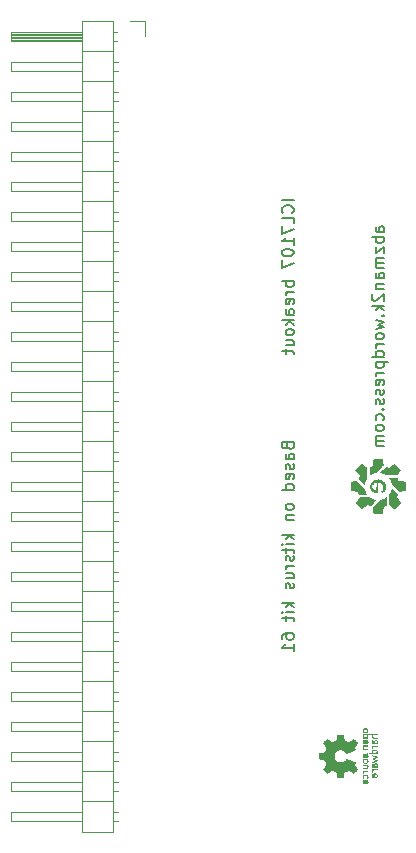
<source format=gbo>
%TF.GenerationSoftware,KiCad,Pcbnew,(6.0.0)*%
%TF.CreationDate,2022-03-13T21:04:06-04:00*%
%TF.ProjectId,panel meter v1,70616e65-6c20-46d6-9574-65722076312e,rev?*%
%TF.SameCoordinates,Original*%
%TF.FileFunction,Legend,Bot*%
%TF.FilePolarity,Positive*%
%FSLAX46Y46*%
G04 Gerber Fmt 4.6, Leading zero omitted, Abs format (unit mm)*
G04 Created by KiCad (PCBNEW (6.0.0)) date 2022-03-13 21:04:06*
%MOMM*%
%LPD*%
G01*
G04 APERTURE LIST*
%ADD10C,0.150000*%
%ADD11C,0.120000*%
%ADD12C,1.700000*%
%ADD13R,1.600000X1.600000*%
%ADD14O,1.600000X1.600000*%
%ADD15R,1.700000X1.700000*%
%ADD16O,1.700000X1.700000*%
%ADD17C,1.600000*%
%ADD18C,2.000000*%
%ADD19R,1.200000X1.200000*%
%ADD20C,1.200000*%
%ADD21C,3.200000*%
%ADD22R,1.800000X1.800000*%
%ADD23C,1.800000*%
G04 APERTURE END LIST*
D10*
X84272380Y-59722857D02*
X83748571Y-59722857D01*
X83653333Y-59675238D01*
X83605714Y-59580000D01*
X83605714Y-59389523D01*
X83653333Y-59294285D01*
X84224761Y-59722857D02*
X84272380Y-59627619D01*
X84272380Y-59389523D01*
X84224761Y-59294285D01*
X84129523Y-59246666D01*
X84034285Y-59246666D01*
X83939047Y-59294285D01*
X83891428Y-59389523D01*
X83891428Y-59627619D01*
X83843809Y-59722857D01*
X84272380Y-60199047D02*
X83272380Y-60199047D01*
X83653333Y-60199047D02*
X83605714Y-60294285D01*
X83605714Y-60484761D01*
X83653333Y-60580000D01*
X83700952Y-60627619D01*
X83796190Y-60675238D01*
X84081904Y-60675238D01*
X84177142Y-60627619D01*
X84224761Y-60580000D01*
X84272380Y-60484761D01*
X84272380Y-60294285D01*
X84224761Y-60199047D01*
X83605714Y-61008571D02*
X83605714Y-61532380D01*
X84272380Y-61008571D01*
X84272380Y-61532380D01*
X84272380Y-61913333D02*
X83605714Y-61913333D01*
X83700952Y-61913333D02*
X83653333Y-61960952D01*
X83605714Y-62056190D01*
X83605714Y-62199047D01*
X83653333Y-62294285D01*
X83748571Y-62341904D01*
X84272380Y-62341904D01*
X83748571Y-62341904D02*
X83653333Y-62389523D01*
X83605714Y-62484761D01*
X83605714Y-62627619D01*
X83653333Y-62722857D01*
X83748571Y-62770476D01*
X84272380Y-62770476D01*
X84272380Y-63675238D02*
X83748571Y-63675238D01*
X83653333Y-63627619D01*
X83605714Y-63532380D01*
X83605714Y-63341904D01*
X83653333Y-63246666D01*
X84224761Y-63675238D02*
X84272380Y-63580000D01*
X84272380Y-63341904D01*
X84224761Y-63246666D01*
X84129523Y-63199047D01*
X84034285Y-63199047D01*
X83939047Y-63246666D01*
X83891428Y-63341904D01*
X83891428Y-63580000D01*
X83843809Y-63675238D01*
X83605714Y-64151428D02*
X84272380Y-64151428D01*
X83700952Y-64151428D02*
X83653333Y-64199047D01*
X83605714Y-64294285D01*
X83605714Y-64437142D01*
X83653333Y-64532380D01*
X83748571Y-64580000D01*
X84272380Y-64580000D01*
X83367619Y-65008571D02*
X83320000Y-65056190D01*
X83272380Y-65151428D01*
X83272380Y-65389523D01*
X83320000Y-65484761D01*
X83367619Y-65532380D01*
X83462857Y-65580000D01*
X83558095Y-65580000D01*
X83700952Y-65532380D01*
X84272380Y-64960952D01*
X84272380Y-65580000D01*
X84272380Y-66008571D02*
X83272380Y-66008571D01*
X83891428Y-66103809D02*
X84272380Y-66389523D01*
X83605714Y-66389523D02*
X83986666Y-66008571D01*
X84177142Y-66818095D02*
X84224761Y-66865714D01*
X84272380Y-66818095D01*
X84224761Y-66770476D01*
X84177142Y-66818095D01*
X84272380Y-66818095D01*
X83605714Y-67199047D02*
X84272380Y-67389523D01*
X83796190Y-67580000D01*
X84272380Y-67770476D01*
X83605714Y-67960952D01*
X84272380Y-68484761D02*
X84224761Y-68389523D01*
X84177142Y-68341904D01*
X84081904Y-68294285D01*
X83796190Y-68294285D01*
X83700952Y-68341904D01*
X83653333Y-68389523D01*
X83605714Y-68484761D01*
X83605714Y-68627619D01*
X83653333Y-68722857D01*
X83700952Y-68770476D01*
X83796190Y-68818095D01*
X84081904Y-68818095D01*
X84177142Y-68770476D01*
X84224761Y-68722857D01*
X84272380Y-68627619D01*
X84272380Y-68484761D01*
X84272380Y-69246666D02*
X83605714Y-69246666D01*
X83796190Y-69246666D02*
X83700952Y-69294285D01*
X83653333Y-69341904D01*
X83605714Y-69437142D01*
X83605714Y-69532380D01*
X84272380Y-70294285D02*
X83272380Y-70294285D01*
X84224761Y-70294285D02*
X84272380Y-70199047D01*
X84272380Y-70008571D01*
X84224761Y-69913333D01*
X84177142Y-69865714D01*
X84081904Y-69818095D01*
X83796190Y-69818095D01*
X83700952Y-69865714D01*
X83653333Y-69913333D01*
X83605714Y-70008571D01*
X83605714Y-70199047D01*
X83653333Y-70294285D01*
X83605714Y-70770476D02*
X84605714Y-70770476D01*
X83653333Y-70770476D02*
X83605714Y-70865714D01*
X83605714Y-71056190D01*
X83653333Y-71151428D01*
X83700952Y-71199047D01*
X83796190Y-71246666D01*
X84081904Y-71246666D01*
X84177142Y-71199047D01*
X84224761Y-71151428D01*
X84272380Y-71056190D01*
X84272380Y-70865714D01*
X84224761Y-70770476D01*
X84272380Y-71675238D02*
X83605714Y-71675238D01*
X83796190Y-71675238D02*
X83700952Y-71722857D01*
X83653333Y-71770476D01*
X83605714Y-71865714D01*
X83605714Y-71960952D01*
X84224761Y-72675238D02*
X84272380Y-72580000D01*
X84272380Y-72389523D01*
X84224761Y-72294285D01*
X84129523Y-72246666D01*
X83748571Y-72246666D01*
X83653333Y-72294285D01*
X83605714Y-72389523D01*
X83605714Y-72580000D01*
X83653333Y-72675238D01*
X83748571Y-72722857D01*
X83843809Y-72722857D01*
X83939047Y-72246666D01*
X84224761Y-73103809D02*
X84272380Y-73199047D01*
X84272380Y-73389523D01*
X84224761Y-73484761D01*
X84129523Y-73532380D01*
X84081904Y-73532380D01*
X83986666Y-73484761D01*
X83939047Y-73389523D01*
X83939047Y-73246666D01*
X83891428Y-73151428D01*
X83796190Y-73103809D01*
X83748571Y-73103809D01*
X83653333Y-73151428D01*
X83605714Y-73246666D01*
X83605714Y-73389523D01*
X83653333Y-73484761D01*
X84224761Y-73913333D02*
X84272380Y-74008571D01*
X84272380Y-74199047D01*
X84224761Y-74294285D01*
X84129523Y-74341904D01*
X84081904Y-74341904D01*
X83986666Y-74294285D01*
X83939047Y-74199047D01*
X83939047Y-74056190D01*
X83891428Y-73960952D01*
X83796190Y-73913333D01*
X83748571Y-73913333D01*
X83653333Y-73960952D01*
X83605714Y-74056190D01*
X83605714Y-74199047D01*
X83653333Y-74294285D01*
X84177142Y-74770476D02*
X84224761Y-74818095D01*
X84272380Y-74770476D01*
X84224761Y-74722857D01*
X84177142Y-74770476D01*
X84272380Y-74770476D01*
X84224761Y-75675238D02*
X84272380Y-75580000D01*
X84272380Y-75389523D01*
X84224761Y-75294285D01*
X84177142Y-75246666D01*
X84081904Y-75199047D01*
X83796190Y-75199047D01*
X83700952Y-75246666D01*
X83653333Y-75294285D01*
X83605714Y-75389523D01*
X83605714Y-75580000D01*
X83653333Y-75675238D01*
X84272380Y-76246666D02*
X84224761Y-76151428D01*
X84177142Y-76103809D01*
X84081904Y-76056190D01*
X83796190Y-76056190D01*
X83700952Y-76103809D01*
X83653333Y-76151428D01*
X83605714Y-76246666D01*
X83605714Y-76389523D01*
X83653333Y-76484761D01*
X83700952Y-76532380D01*
X83796190Y-76580000D01*
X84081904Y-76580000D01*
X84177142Y-76532380D01*
X84224761Y-76484761D01*
X84272380Y-76389523D01*
X84272380Y-76246666D01*
X84272380Y-77008571D02*
X83605714Y-77008571D01*
X83700952Y-77008571D02*
X83653333Y-77056190D01*
X83605714Y-77151428D01*
X83605714Y-77294285D01*
X83653333Y-77389523D01*
X83748571Y-77437142D01*
X84272380Y-77437142D01*
X83748571Y-77437142D02*
X83653333Y-77484761D01*
X83605714Y-77580000D01*
X83605714Y-77722857D01*
X83653333Y-77818095D01*
X83748571Y-77865714D01*
X84272380Y-77865714D01*
X76128571Y-77883809D02*
X76176190Y-78026666D01*
X76223809Y-78074285D01*
X76319047Y-78121904D01*
X76461904Y-78121904D01*
X76557142Y-78074285D01*
X76604761Y-78026666D01*
X76652380Y-77931428D01*
X76652380Y-77550476D01*
X75652380Y-77550476D01*
X75652380Y-77883809D01*
X75700000Y-77979047D01*
X75747619Y-78026666D01*
X75842857Y-78074285D01*
X75938095Y-78074285D01*
X76033333Y-78026666D01*
X76080952Y-77979047D01*
X76128571Y-77883809D01*
X76128571Y-77550476D01*
X76652380Y-78979047D02*
X76128571Y-78979047D01*
X76033333Y-78931428D01*
X75985714Y-78836190D01*
X75985714Y-78645714D01*
X76033333Y-78550476D01*
X76604761Y-78979047D02*
X76652380Y-78883809D01*
X76652380Y-78645714D01*
X76604761Y-78550476D01*
X76509523Y-78502857D01*
X76414285Y-78502857D01*
X76319047Y-78550476D01*
X76271428Y-78645714D01*
X76271428Y-78883809D01*
X76223809Y-78979047D01*
X76604761Y-79407619D02*
X76652380Y-79502857D01*
X76652380Y-79693333D01*
X76604761Y-79788571D01*
X76509523Y-79836190D01*
X76461904Y-79836190D01*
X76366666Y-79788571D01*
X76319047Y-79693333D01*
X76319047Y-79550476D01*
X76271428Y-79455238D01*
X76176190Y-79407619D01*
X76128571Y-79407619D01*
X76033333Y-79455238D01*
X75985714Y-79550476D01*
X75985714Y-79693333D01*
X76033333Y-79788571D01*
X76604761Y-80645714D02*
X76652380Y-80550476D01*
X76652380Y-80360000D01*
X76604761Y-80264761D01*
X76509523Y-80217142D01*
X76128571Y-80217142D01*
X76033333Y-80264761D01*
X75985714Y-80360000D01*
X75985714Y-80550476D01*
X76033333Y-80645714D01*
X76128571Y-80693333D01*
X76223809Y-80693333D01*
X76319047Y-80217142D01*
X76652380Y-81550476D02*
X75652380Y-81550476D01*
X76604761Y-81550476D02*
X76652380Y-81455238D01*
X76652380Y-81264761D01*
X76604761Y-81169523D01*
X76557142Y-81121904D01*
X76461904Y-81074285D01*
X76176190Y-81074285D01*
X76080952Y-81121904D01*
X76033333Y-81169523D01*
X75985714Y-81264761D01*
X75985714Y-81455238D01*
X76033333Y-81550476D01*
X76652380Y-82931428D02*
X76604761Y-82836190D01*
X76557142Y-82788571D01*
X76461904Y-82740952D01*
X76176190Y-82740952D01*
X76080952Y-82788571D01*
X76033333Y-82836190D01*
X75985714Y-82931428D01*
X75985714Y-83074285D01*
X76033333Y-83169523D01*
X76080952Y-83217142D01*
X76176190Y-83264761D01*
X76461904Y-83264761D01*
X76557142Y-83217142D01*
X76604761Y-83169523D01*
X76652380Y-83074285D01*
X76652380Y-82931428D01*
X75985714Y-83693333D02*
X76652380Y-83693333D01*
X76080952Y-83693333D02*
X76033333Y-83740952D01*
X75985714Y-83836190D01*
X75985714Y-83979047D01*
X76033333Y-84074285D01*
X76128571Y-84121904D01*
X76652380Y-84121904D01*
X76652380Y-85360000D02*
X75652380Y-85360000D01*
X76271428Y-85455238D02*
X76652380Y-85740952D01*
X75985714Y-85740952D02*
X76366666Y-85360000D01*
X76652380Y-86169523D02*
X75985714Y-86169523D01*
X75652380Y-86169523D02*
X75700000Y-86121904D01*
X75747619Y-86169523D01*
X75700000Y-86217142D01*
X75652380Y-86169523D01*
X75747619Y-86169523D01*
X75985714Y-86502857D02*
X75985714Y-86883809D01*
X75652380Y-86645714D02*
X76509523Y-86645714D01*
X76604761Y-86693333D01*
X76652380Y-86788571D01*
X76652380Y-86883809D01*
X76604761Y-87169523D02*
X76652380Y-87264761D01*
X76652380Y-87455238D01*
X76604761Y-87550476D01*
X76509523Y-87598095D01*
X76461904Y-87598095D01*
X76366666Y-87550476D01*
X76319047Y-87455238D01*
X76319047Y-87312380D01*
X76271428Y-87217142D01*
X76176190Y-87169523D01*
X76128571Y-87169523D01*
X76033333Y-87217142D01*
X75985714Y-87312380D01*
X75985714Y-87455238D01*
X76033333Y-87550476D01*
X76652380Y-88026666D02*
X75985714Y-88026666D01*
X76176190Y-88026666D02*
X76080952Y-88074285D01*
X76033333Y-88121904D01*
X75985714Y-88217142D01*
X75985714Y-88312380D01*
X75985714Y-89074285D02*
X76652380Y-89074285D01*
X75985714Y-88645714D02*
X76509523Y-88645714D01*
X76604761Y-88693333D01*
X76652380Y-88788571D01*
X76652380Y-88931428D01*
X76604761Y-89026666D01*
X76557142Y-89074285D01*
X76604761Y-89502857D02*
X76652380Y-89598095D01*
X76652380Y-89788571D01*
X76604761Y-89883809D01*
X76509523Y-89931428D01*
X76461904Y-89931428D01*
X76366666Y-89883809D01*
X76319047Y-89788571D01*
X76319047Y-89645714D01*
X76271428Y-89550476D01*
X76176190Y-89502857D01*
X76128571Y-89502857D01*
X76033333Y-89550476D01*
X75985714Y-89645714D01*
X75985714Y-89788571D01*
X76033333Y-89883809D01*
X76652380Y-91121904D02*
X75652380Y-91121904D01*
X76271428Y-91217142D02*
X76652380Y-91502857D01*
X75985714Y-91502857D02*
X76366666Y-91121904D01*
X76652380Y-91931428D02*
X75985714Y-91931428D01*
X75652380Y-91931428D02*
X75700000Y-91883809D01*
X75747619Y-91931428D01*
X75700000Y-91979047D01*
X75652380Y-91931428D01*
X75747619Y-91931428D01*
X75985714Y-92264761D02*
X75985714Y-92645714D01*
X75652380Y-92407619D02*
X76509523Y-92407619D01*
X76604761Y-92455238D01*
X76652380Y-92550476D01*
X76652380Y-92645714D01*
X75652380Y-94169523D02*
X75652380Y-93979047D01*
X75700000Y-93883809D01*
X75747619Y-93836190D01*
X75890476Y-93740952D01*
X76080952Y-93693333D01*
X76461904Y-93693333D01*
X76557142Y-93740952D01*
X76604761Y-93788571D01*
X76652380Y-93883809D01*
X76652380Y-94074285D01*
X76604761Y-94169523D01*
X76557142Y-94217142D01*
X76461904Y-94264761D01*
X76223809Y-94264761D01*
X76128571Y-94217142D01*
X76080952Y-94169523D01*
X76033333Y-94074285D01*
X76033333Y-93883809D01*
X76080952Y-93788571D01*
X76128571Y-93740952D01*
X76223809Y-93693333D01*
X76652380Y-95217142D02*
X76652380Y-94645714D01*
X76652380Y-94931428D02*
X75652380Y-94931428D01*
X75795238Y-94836190D01*
X75890476Y-94740952D01*
X75938095Y-94645714D01*
X76652380Y-57071428D02*
X75652380Y-57071428D01*
X76557142Y-58119047D02*
X76604761Y-58071428D01*
X76652380Y-57928571D01*
X76652380Y-57833333D01*
X76604761Y-57690476D01*
X76509523Y-57595238D01*
X76414285Y-57547619D01*
X76223809Y-57500000D01*
X76080952Y-57500000D01*
X75890476Y-57547619D01*
X75795238Y-57595238D01*
X75700000Y-57690476D01*
X75652380Y-57833333D01*
X75652380Y-57928571D01*
X75700000Y-58071428D01*
X75747619Y-58119047D01*
X76652380Y-59023809D02*
X76652380Y-58547619D01*
X75652380Y-58547619D01*
X75652380Y-59261904D02*
X75652380Y-59928571D01*
X76652380Y-59500000D01*
X76652380Y-60833333D02*
X76652380Y-60261904D01*
X76652380Y-60547619D02*
X75652380Y-60547619D01*
X75795238Y-60452380D01*
X75890476Y-60357142D01*
X75938095Y-60261904D01*
X75652380Y-61452380D02*
X75652380Y-61547619D01*
X75700000Y-61642857D01*
X75747619Y-61690476D01*
X75842857Y-61738095D01*
X76033333Y-61785714D01*
X76271428Y-61785714D01*
X76461904Y-61738095D01*
X76557142Y-61690476D01*
X76604761Y-61642857D01*
X76652380Y-61547619D01*
X76652380Y-61452380D01*
X76604761Y-61357142D01*
X76557142Y-61309523D01*
X76461904Y-61261904D01*
X76271428Y-61214285D01*
X76033333Y-61214285D01*
X75842857Y-61261904D01*
X75747619Y-61309523D01*
X75700000Y-61357142D01*
X75652380Y-61452380D01*
X75652380Y-62119047D02*
X75652380Y-62785714D01*
X76652380Y-62357142D01*
X76652380Y-63928571D02*
X75652380Y-63928571D01*
X76033333Y-63928571D02*
X75985714Y-64023809D01*
X75985714Y-64214285D01*
X76033333Y-64309523D01*
X76080952Y-64357142D01*
X76176190Y-64404761D01*
X76461904Y-64404761D01*
X76557142Y-64357142D01*
X76604761Y-64309523D01*
X76652380Y-64214285D01*
X76652380Y-64023809D01*
X76604761Y-63928571D01*
X76652380Y-64833333D02*
X75985714Y-64833333D01*
X76176190Y-64833333D02*
X76080952Y-64880952D01*
X76033333Y-64928571D01*
X75985714Y-65023809D01*
X75985714Y-65119047D01*
X76604761Y-65833333D02*
X76652380Y-65738095D01*
X76652380Y-65547619D01*
X76604761Y-65452380D01*
X76509523Y-65404761D01*
X76128571Y-65404761D01*
X76033333Y-65452380D01*
X75985714Y-65547619D01*
X75985714Y-65738095D01*
X76033333Y-65833333D01*
X76128571Y-65880952D01*
X76223809Y-65880952D01*
X76319047Y-65404761D01*
X76652380Y-66738095D02*
X76128571Y-66738095D01*
X76033333Y-66690476D01*
X75985714Y-66595238D01*
X75985714Y-66404761D01*
X76033333Y-66309523D01*
X76604761Y-66738095D02*
X76652380Y-66642857D01*
X76652380Y-66404761D01*
X76604761Y-66309523D01*
X76509523Y-66261904D01*
X76414285Y-66261904D01*
X76319047Y-66309523D01*
X76271428Y-66404761D01*
X76271428Y-66642857D01*
X76223809Y-66738095D01*
X76652380Y-67214285D02*
X75652380Y-67214285D01*
X76271428Y-67309523D02*
X76652380Y-67595238D01*
X75985714Y-67595238D02*
X76366666Y-67214285D01*
X76652380Y-68166666D02*
X76604761Y-68071428D01*
X76557142Y-68023809D01*
X76461904Y-67976190D01*
X76176190Y-67976190D01*
X76080952Y-68023809D01*
X76033333Y-68071428D01*
X75985714Y-68166666D01*
X75985714Y-68309523D01*
X76033333Y-68404761D01*
X76080952Y-68452380D01*
X76176190Y-68500000D01*
X76461904Y-68500000D01*
X76557142Y-68452380D01*
X76604761Y-68404761D01*
X76652380Y-68309523D01*
X76652380Y-68166666D01*
X75985714Y-69357142D02*
X76652380Y-69357142D01*
X75985714Y-68928571D02*
X76509523Y-68928571D01*
X76604761Y-68976190D01*
X76652380Y-69071428D01*
X76652380Y-69214285D01*
X76604761Y-69309523D01*
X76557142Y-69357142D01*
X75985714Y-69690476D02*
X75985714Y-70071428D01*
X75652380Y-69833333D02*
X76509523Y-69833333D01*
X76604761Y-69880952D01*
X76652380Y-69976190D01*
X76652380Y-70071428D01*
D11*
%TO.C,J13*%
X61752071Y-80895000D02*
X61355000Y-80895000D01*
X58695000Y-41845000D02*
X61355000Y-41845000D01*
X52695000Y-98675000D02*
X52695000Y-99435000D01*
X61752071Y-91055000D02*
X61355000Y-91055000D01*
X61752071Y-101215000D02*
X61355000Y-101215000D01*
X52695000Y-86735000D02*
X58695000Y-86735000D01*
X52695000Y-50415000D02*
X52695000Y-51175000D01*
X58695000Y-91055000D02*
X52695000Y-91055000D01*
X52695000Y-63875000D02*
X58695000Y-63875000D01*
X52695000Y-65655000D02*
X52695000Y-66415000D01*
X52695000Y-71495000D02*
X58695000Y-71495000D01*
X52695000Y-68955000D02*
X58695000Y-68955000D01*
X58695000Y-58035000D02*
X52695000Y-58035000D01*
X58695000Y-108835000D02*
X52695000Y-108835000D01*
X52695000Y-68195000D02*
X52695000Y-68955000D01*
X52695000Y-75815000D02*
X52695000Y-76575000D01*
X61355000Y-105405000D02*
X58695000Y-105405000D01*
X61355000Y-57145000D02*
X58695000Y-57145000D01*
X61355000Y-107945000D02*
X58695000Y-107945000D01*
X61355000Y-41845000D02*
X61355000Y-110545000D01*
X61752071Y-66415000D02*
X61355000Y-66415000D01*
X52695000Y-83435000D02*
X52695000Y-84195000D01*
X61355000Y-72385000D02*
X58695000Y-72385000D01*
X58695000Y-75815000D02*
X52695000Y-75815000D01*
X61355000Y-46985000D02*
X58695000Y-46985000D01*
X61752071Y-55495000D02*
X61355000Y-55495000D01*
X61752071Y-71495000D02*
X61355000Y-71495000D01*
X61752071Y-75815000D02*
X61355000Y-75815000D01*
X52695000Y-109595000D02*
X58695000Y-109595000D01*
X58695000Y-85975000D02*
X52695000Y-85975000D01*
X58695000Y-110545000D02*
X58695000Y-41845000D01*
X52695000Y-93595000D02*
X52695000Y-94355000D01*
X58695000Y-101215000D02*
X52695000Y-101215000D01*
X61355000Y-82545000D02*
X58695000Y-82545000D01*
X58695000Y-78355000D02*
X52695000Y-78355000D01*
X61685000Y-43555000D02*
X61355000Y-43555000D01*
X52695000Y-96895000D02*
X58695000Y-96895000D01*
X58695000Y-55495000D02*
X52695000Y-55495000D01*
X52695000Y-61335000D02*
X58695000Y-61335000D01*
X61355000Y-95245000D02*
X58695000Y-95245000D01*
X58695000Y-43335000D02*
X52695000Y-43335000D01*
X58695000Y-43455000D02*
X52695000Y-43455000D01*
X52695000Y-56255000D02*
X58695000Y-56255000D01*
X52695000Y-42795000D02*
X52695000Y-43555000D01*
X61752071Y-61335000D02*
X61355000Y-61335000D01*
X52695000Y-55495000D02*
X52695000Y-56255000D01*
X58695000Y-103755000D02*
X52695000Y-103755000D01*
X52695000Y-76575000D02*
X58695000Y-76575000D01*
X64065000Y-43175000D02*
X64065000Y-41905000D01*
X52695000Y-108835000D02*
X52695000Y-109595000D01*
X52695000Y-106295000D02*
X52695000Y-107055000D01*
X61752071Y-88515000D02*
X61355000Y-88515000D01*
X61752071Y-103755000D02*
X61355000Y-103755000D01*
X61752071Y-78355000D02*
X61355000Y-78355000D01*
X52695000Y-47875000D02*
X52695000Y-48635000D01*
X61355000Y-100325000D02*
X58695000Y-100325000D01*
X61752071Y-96895000D02*
X61355000Y-96895000D01*
X58695000Y-68195000D02*
X52695000Y-68195000D01*
X61355000Y-90165000D02*
X58695000Y-90165000D01*
X61355000Y-92705000D02*
X58695000Y-92705000D01*
X52695000Y-58795000D02*
X58695000Y-58795000D01*
X52695000Y-89275000D02*
X58695000Y-89275000D01*
X61355000Y-110545000D02*
X58695000Y-110545000D01*
X58695000Y-42975000D02*
X52695000Y-42975000D01*
X61752071Y-104515000D02*
X61355000Y-104515000D01*
X52695000Y-84195000D02*
X58695000Y-84195000D01*
X61752071Y-93595000D02*
X61355000Y-93595000D01*
X61752071Y-53715000D02*
X61355000Y-53715000D01*
X61752071Y-47875000D02*
X61355000Y-47875000D01*
X61355000Y-62225000D02*
X58695000Y-62225000D01*
X52695000Y-96135000D02*
X52695000Y-96895000D01*
X61752071Y-107055000D02*
X61355000Y-107055000D01*
X58695000Y-52955000D02*
X52695000Y-52955000D01*
X58695000Y-96135000D02*
X52695000Y-96135000D01*
X61752071Y-73275000D02*
X61355000Y-73275000D01*
X52695000Y-45335000D02*
X52695000Y-46095000D01*
X61752071Y-51175000D02*
X61355000Y-51175000D01*
X52695000Y-51175000D02*
X58695000Y-51175000D01*
X58695000Y-65655000D02*
X52695000Y-65655000D01*
X58695000Y-93595000D02*
X52695000Y-93595000D01*
X61752071Y-70735000D02*
X61355000Y-70735000D01*
X52695000Y-43555000D02*
X58695000Y-43555000D01*
X61355000Y-97785000D02*
X58695000Y-97785000D01*
X52695000Y-63115000D02*
X52695000Y-63875000D01*
X52695000Y-104515000D02*
X58695000Y-104515000D01*
X61355000Y-67305000D02*
X58695000Y-67305000D01*
X61752071Y-91815000D02*
X61355000Y-91815000D01*
X61752071Y-48635000D02*
X61355000Y-48635000D01*
X61752071Y-101975000D02*
X61355000Y-101975000D01*
X61355000Y-52065000D02*
X58695000Y-52065000D01*
X61752071Y-60575000D02*
X61355000Y-60575000D01*
X61752071Y-96135000D02*
X61355000Y-96135000D01*
X52695000Y-79115000D02*
X58695000Y-79115000D01*
X61752071Y-46095000D02*
X61355000Y-46095000D01*
X58695000Y-98675000D02*
X52695000Y-98675000D01*
X61752071Y-58795000D02*
X61355000Y-58795000D01*
X58695000Y-83435000D02*
X52695000Y-83435000D01*
X52695000Y-80895000D02*
X52695000Y-81655000D01*
X58695000Y-42855000D02*
X52695000Y-42855000D01*
X61752071Y-98675000D02*
X61355000Y-98675000D01*
X52695000Y-48635000D02*
X58695000Y-48635000D01*
X61752071Y-108835000D02*
X61355000Y-108835000D01*
X64065000Y-41905000D02*
X62795000Y-41905000D01*
X58695000Y-47875000D02*
X52695000Y-47875000D01*
X52695000Y-94355000D02*
X58695000Y-94355000D01*
X61752071Y-76575000D02*
X61355000Y-76575000D01*
X61752071Y-94355000D02*
X61355000Y-94355000D01*
X61752071Y-79115000D02*
X61355000Y-79115000D01*
X52695000Y-66415000D02*
X58695000Y-66415000D01*
X58695000Y-60575000D02*
X52695000Y-60575000D01*
X61685000Y-42795000D02*
X61355000Y-42795000D01*
X61355000Y-85085000D02*
X58695000Y-85085000D01*
X61752071Y-56255000D02*
X61355000Y-56255000D01*
X61752071Y-45335000D02*
X61355000Y-45335000D01*
X52695000Y-99435000D02*
X58695000Y-99435000D01*
X58695000Y-45335000D02*
X52695000Y-45335000D01*
X61752071Y-68955000D02*
X61355000Y-68955000D01*
X61355000Y-44445000D02*
X58695000Y-44445000D01*
X52695000Y-88515000D02*
X52695000Y-89275000D01*
X61355000Y-102865000D02*
X58695000Y-102865000D01*
X58695000Y-63115000D02*
X52695000Y-63115000D01*
X52695000Y-85975000D02*
X52695000Y-86735000D01*
X61355000Y-87625000D02*
X58695000Y-87625000D01*
X58695000Y-50415000D02*
X52695000Y-50415000D01*
X58695000Y-80895000D02*
X52695000Y-80895000D01*
X61752071Y-99435000D02*
X61355000Y-99435000D01*
X61752071Y-52955000D02*
X61355000Y-52955000D01*
X52695000Y-58035000D02*
X52695000Y-58795000D01*
X61752071Y-65655000D02*
X61355000Y-65655000D01*
X58695000Y-70735000D02*
X52695000Y-70735000D01*
X52695000Y-74035000D02*
X58695000Y-74035000D01*
X52695000Y-53715000D02*
X58695000Y-53715000D01*
X58695000Y-106295000D02*
X52695000Y-106295000D01*
X61355000Y-69845000D02*
X58695000Y-69845000D01*
X52695000Y-46095000D02*
X58695000Y-46095000D01*
X61752071Y-89275000D02*
X61355000Y-89275000D01*
X61752071Y-85975000D02*
X61355000Y-85975000D01*
X61355000Y-77465000D02*
X58695000Y-77465000D01*
X61752071Y-106295000D02*
X61355000Y-106295000D01*
X61752071Y-83435000D02*
X61355000Y-83435000D01*
X58695000Y-43095000D02*
X52695000Y-43095000D01*
X61752071Y-81655000D02*
X61355000Y-81655000D01*
X52695000Y-103755000D02*
X52695000Y-104515000D01*
X58695000Y-42795000D02*
X52695000Y-42795000D01*
X61752071Y-63115000D02*
X61355000Y-63115000D01*
X61752071Y-109595000D02*
X61355000Y-109595000D01*
X58695000Y-88515000D02*
X52695000Y-88515000D01*
X61752071Y-58035000D02*
X61355000Y-58035000D01*
X61355000Y-59685000D02*
X58695000Y-59685000D01*
X61752071Y-68195000D02*
X61355000Y-68195000D01*
X61355000Y-64765000D02*
X58695000Y-64765000D01*
X61752071Y-86735000D02*
X61355000Y-86735000D01*
X61355000Y-74925000D02*
X58695000Y-74925000D01*
X58695000Y-73275000D02*
X52695000Y-73275000D01*
X52695000Y-91815000D02*
X58695000Y-91815000D01*
X61752071Y-74035000D02*
X61355000Y-74035000D01*
X61752071Y-50415000D02*
X61355000Y-50415000D01*
X52695000Y-73275000D02*
X52695000Y-74035000D01*
X61355000Y-80005000D02*
X58695000Y-80005000D01*
X58695000Y-43215000D02*
X52695000Y-43215000D01*
X52695000Y-107055000D02*
X58695000Y-107055000D01*
X52695000Y-101975000D02*
X58695000Y-101975000D01*
X61752071Y-63875000D02*
X61355000Y-63875000D01*
X61752071Y-84195000D02*
X61355000Y-84195000D01*
X61355000Y-49525000D02*
X58695000Y-49525000D01*
X52695000Y-52955000D02*
X52695000Y-53715000D01*
X52695000Y-101215000D02*
X52695000Y-101975000D01*
X52695000Y-81655000D02*
X58695000Y-81655000D01*
X52695000Y-70735000D02*
X52695000Y-71495000D01*
X52695000Y-60575000D02*
X52695000Y-61335000D01*
X52695000Y-91055000D02*
X52695000Y-91815000D01*
X61355000Y-54605000D02*
X58695000Y-54605000D01*
X52695000Y-78355000D02*
X52695000Y-79115000D01*
%TO.C,G\u002A\u002A\u002A*%
G36*
X82801558Y-105689743D02*
G01*
X82852106Y-105702320D01*
X82896354Y-105722355D01*
X82932062Y-105749283D01*
X82938200Y-105755687D01*
X82962577Y-105788798D01*
X82981771Y-105827084D01*
X82992867Y-105864997D01*
X82996394Y-105888978D01*
X82997908Y-105916670D01*
X82995074Y-105941901D01*
X82987619Y-105970201D01*
X82983538Y-105982013D01*
X82967273Y-106017092D01*
X82946747Y-106049455D01*
X82924882Y-106074257D01*
X82915808Y-106081684D01*
X82908513Y-106082232D01*
X82898459Y-106074257D01*
X82894658Y-106070622D01*
X82881044Y-106056005D01*
X82866782Y-106039038D01*
X82848296Y-106015728D01*
X82865423Y-105993273D01*
X82869027Y-105988332D01*
X82886417Y-105954322D01*
X82893831Y-105918431D01*
X82891672Y-105882967D01*
X82880349Y-105850235D01*
X82860264Y-105822541D01*
X82831825Y-105802192D01*
X82830244Y-105801424D01*
X82813391Y-105794469D01*
X82795822Y-105790301D01*
X82773618Y-105788284D01*
X82742860Y-105787784D01*
X82733915Y-105787823D01*
X82706334Y-105788651D01*
X82686228Y-105791075D01*
X82669631Y-105795785D01*
X82652574Y-105803468D01*
X82627155Y-105820104D01*
X82606800Y-105844968D01*
X82595986Y-105876789D01*
X82594096Y-105916761D01*
X82594829Y-105928017D01*
X82598086Y-105950578D01*
X82604754Y-105968529D01*
X82616636Y-105987527D01*
X82636942Y-106016336D01*
X82618697Y-106039342D01*
X82614039Y-106045083D01*
X82599426Y-106061847D01*
X82587195Y-106074316D01*
X82585144Y-106076160D01*
X82576479Y-106082440D01*
X82569261Y-106081071D01*
X82558254Y-106071551D01*
X82555425Y-106068813D01*
X82530751Y-106038014D01*
X82509886Y-105999930D01*
X82495443Y-105959236D01*
X82492973Y-105949168D01*
X82488847Y-105925509D01*
X82488690Y-105903430D01*
X82492238Y-105876129D01*
X82501047Y-105838008D01*
X82521097Y-105791166D01*
X82550091Y-105752973D01*
X82588168Y-105723298D01*
X82635468Y-105702010D01*
X82692132Y-105688978D01*
X82746952Y-105685187D01*
X82801558Y-105689743D01*
G37*
G36*
X83774364Y-105340295D02*
G01*
X83610261Y-105340305D01*
X83577446Y-105340338D01*
X83533757Y-105340559D01*
X83500000Y-105341070D01*
X83474591Y-105341964D01*
X83455944Y-105343335D01*
X83442474Y-105345277D01*
X83432595Y-105347882D01*
X83424722Y-105351245D01*
X83409290Y-105361153D01*
X83388292Y-105384887D01*
X83376753Y-105413879D01*
X83375525Y-105445401D01*
X83385462Y-105476728D01*
X83398221Y-105501206D01*
X83354346Y-105537301D01*
X83353397Y-105538080D01*
X83331992Y-105555049D01*
X83317879Y-105564490D01*
X83309283Y-105567377D01*
X83304426Y-105564685D01*
X83285579Y-105528657D01*
X83275391Y-105486050D01*
X83275800Y-105442323D01*
X83286756Y-105400140D01*
X83308210Y-105362163D01*
X83324889Y-105340295D01*
X83280492Y-105340295D01*
X83280492Y-105240271D01*
X83774364Y-105240271D01*
X83774364Y-105340295D01*
G37*
G36*
X80637380Y-102295797D02*
G01*
X80698530Y-102295837D01*
X80748474Y-102295979D01*
X80788368Y-102296272D01*
X80819366Y-102296766D01*
X80842623Y-102297511D01*
X80859295Y-102298556D01*
X80870537Y-102299952D01*
X80877504Y-102301747D01*
X80881351Y-102303992D01*
X80883233Y-102306736D01*
X80885385Y-102315039D01*
X80889547Y-102334235D01*
X80895416Y-102362843D01*
X80902702Y-102399411D01*
X80911116Y-102442488D01*
X80920369Y-102490623D01*
X80930173Y-102542366D01*
X80935726Y-102571755D01*
X80946767Y-102629136D01*
X80956034Y-102675523D01*
X80963736Y-102711839D01*
X80970085Y-102739007D01*
X80975289Y-102757950D01*
X80979560Y-102769591D01*
X80983108Y-102774853D01*
X80984600Y-102775744D01*
X80996358Y-102781317D01*
X81017708Y-102790638D01*
X81047110Y-102803062D01*
X81083027Y-102817942D01*
X81123920Y-102834635D01*
X81168250Y-102852495D01*
X81208008Y-102868286D01*
X81258836Y-102887969D01*
X81298990Y-102902786D01*
X81328911Y-102912889D01*
X81349039Y-102918435D01*
X81359813Y-102919576D01*
X81367173Y-102916348D01*
X81384078Y-102906653D01*
X81408802Y-102891351D01*
X81440050Y-102871274D01*
X81476529Y-102847256D01*
X81516944Y-102820129D01*
X81560001Y-102790726D01*
X81598495Y-102764383D01*
X81638662Y-102737266D01*
X81674781Y-102713271D01*
X81705609Y-102693204D01*
X81729907Y-102677871D01*
X81746434Y-102668080D01*
X81753948Y-102664637D01*
X81754879Y-102664934D01*
X81763668Y-102671386D01*
X81779950Y-102685549D01*
X81802715Y-102706468D01*
X81830948Y-102733186D01*
X81863639Y-102764750D01*
X81899775Y-102800205D01*
X81938343Y-102838595D01*
X81966412Y-102866776D01*
X82006395Y-102907169D01*
X82038566Y-102940090D01*
X82063638Y-102966321D01*
X82082324Y-102986647D01*
X82095336Y-103001852D01*
X82103387Y-103012720D01*
X82107190Y-103020034D01*
X82107458Y-103024578D01*
X82104169Y-103030464D01*
X82094400Y-103045918D01*
X82079073Y-103069333D01*
X82059033Y-103099443D01*
X82035125Y-103134980D01*
X82008193Y-103174677D01*
X81979082Y-103217267D01*
X81954526Y-103253302D01*
X81927542Y-103293503D01*
X81903644Y-103329761D01*
X81883642Y-103360813D01*
X81868350Y-103385396D01*
X81858579Y-103402246D01*
X81855141Y-103410100D01*
X81855687Y-103413031D01*
X81860812Y-103426659D01*
X81870468Y-103447967D01*
X81883594Y-103474676D01*
X81899128Y-103504504D01*
X81906123Y-103517773D01*
X81920502Y-103546394D01*
X81931838Y-103570850D01*
X81939117Y-103588888D01*
X81941325Y-103598256D01*
X81940138Y-103600152D01*
X81933986Y-103604712D01*
X81922039Y-103611383D01*
X81903651Y-103620450D01*
X81878179Y-103632197D01*
X81844977Y-103646907D01*
X81803400Y-103664866D01*
X81752804Y-103686357D01*
X81692543Y-103711664D01*
X81621973Y-103741071D01*
X81540449Y-103774862D01*
X81497880Y-103792443D01*
X81432673Y-103819260D01*
X81371273Y-103844376D01*
X81314647Y-103867403D01*
X81263760Y-103887953D01*
X81219580Y-103905637D01*
X81183075Y-103920067D01*
X81155210Y-103930855D01*
X81136954Y-103937612D01*
X81129273Y-103939951D01*
X81126090Y-103939398D01*
X81113750Y-103930766D01*
X81100067Y-103913382D01*
X81097721Y-103909788D01*
X81084425Y-103890222D01*
X81067478Y-103866114D01*
X81049960Y-103841860D01*
X81020131Y-103804829D01*
X80963696Y-103749853D01*
X80900520Y-103704528D01*
X80831825Y-103669328D01*
X80758831Y-103644726D01*
X80682763Y-103631194D01*
X80604841Y-103629205D01*
X80526288Y-103639233D01*
X80505870Y-103643907D01*
X80432745Y-103668525D01*
X80364523Y-103703850D01*
X80302286Y-103748869D01*
X80247119Y-103802567D01*
X80200104Y-103863930D01*
X80162327Y-103931943D01*
X80134870Y-104005592D01*
X80129961Y-104025475D01*
X80122619Y-104074236D01*
X80119439Y-104128444D01*
X80120421Y-104183790D01*
X80125565Y-104235965D01*
X80134870Y-104280660D01*
X80150173Y-104326639D01*
X80179533Y-104389487D01*
X80217993Y-104447189D01*
X80267248Y-104502589D01*
X80275386Y-104510644D01*
X80315485Y-104547393D01*
X80353186Y-104576112D01*
X80391811Y-104599103D01*
X80434684Y-104618669D01*
X80500314Y-104640391D01*
X80577516Y-104654458D01*
X80654636Y-104656842D01*
X80730501Y-104647874D01*
X80803939Y-104627886D01*
X80873777Y-104597213D01*
X80938842Y-104556184D01*
X80997961Y-104505133D01*
X81049960Y-104444392D01*
X81054131Y-104438684D01*
X81071793Y-104414060D01*
X81088132Y-104390656D01*
X81100067Y-104372870D01*
X81104321Y-104366657D01*
X81117847Y-104351759D01*
X81129273Y-104346301D01*
X81132824Y-104347237D01*
X81147276Y-104352403D01*
X81171694Y-104361743D01*
X81205111Y-104374869D01*
X81246561Y-104391393D01*
X81295076Y-104410927D01*
X81349689Y-104433081D01*
X81409434Y-104457469D01*
X81473343Y-104483701D01*
X81540449Y-104511390D01*
X81592472Y-104532935D01*
X81667107Y-104563967D01*
X81731190Y-104590790D01*
X81785365Y-104613691D01*
X81830276Y-104632951D01*
X81866569Y-104648857D01*
X81894888Y-104661691D01*
X81915879Y-104671738D01*
X81930185Y-104679281D01*
X81938452Y-104684606D01*
X81941325Y-104687996D01*
X81941047Y-104690887D01*
X81936494Y-104704329D01*
X81927313Y-104725454D01*
X81914520Y-104752011D01*
X81899128Y-104781747D01*
X81892219Y-104794814D01*
X81877591Y-104823579D01*
X81865827Y-104848245D01*
X81857990Y-104866529D01*
X81855141Y-104876152D01*
X81857601Y-104882149D01*
X81866434Y-104897673D01*
X81880915Y-104921128D01*
X81900232Y-104951250D01*
X81923574Y-104986776D01*
X81950128Y-105026442D01*
X81979082Y-105068985D01*
X82003514Y-105104708D01*
X82030865Y-105144970D01*
X82055330Y-105181281D01*
X82076066Y-105212375D01*
X82092229Y-105236983D01*
X82102975Y-105253838D01*
X82107458Y-105261673D01*
X82107681Y-105264115D01*
X82105376Y-105270229D01*
X82099106Y-105279583D01*
X82088161Y-105292962D01*
X82071827Y-105311149D01*
X82049390Y-105334928D01*
X82020140Y-105365083D01*
X81983362Y-105402398D01*
X81938343Y-105447656D01*
X81928165Y-105457840D01*
X81890130Y-105495561D01*
X81854790Y-105530098D01*
X81823158Y-105560498D01*
X81796246Y-105585804D01*
X81775065Y-105605062D01*
X81760628Y-105617317D01*
X81753948Y-105621615D01*
X81747635Y-105618828D01*
X81731972Y-105609648D01*
X81708411Y-105594844D01*
X81678192Y-105575223D01*
X81642557Y-105551592D01*
X81602746Y-105524757D01*
X81560001Y-105495526D01*
X81522226Y-105469704D01*
X81481409Y-105442245D01*
X81444366Y-105417791D01*
X81412391Y-105397175D01*
X81386777Y-105381228D01*
X81368820Y-105370784D01*
X81359813Y-105366675D01*
X81353701Y-105366947D01*
X81336780Y-105370988D01*
X81310215Y-105379535D01*
X81273565Y-105392743D01*
X81226390Y-105410766D01*
X81168250Y-105433757D01*
X81153684Y-105439600D01*
X81110294Y-105457154D01*
X81070836Y-105473333D01*
X81036850Y-105487493D01*
X81009875Y-105498987D01*
X80991448Y-105507171D01*
X80983108Y-105511399D01*
X80981601Y-105513017D01*
X80977757Y-105521011D01*
X80973095Y-105535796D01*
X80967406Y-105558294D01*
X80960480Y-105589429D01*
X80952106Y-105630124D01*
X80942073Y-105681302D01*
X80930173Y-105743886D01*
X80920496Y-105794964D01*
X80911233Y-105843156D01*
X80902806Y-105886310D01*
X80895504Y-105922973D01*
X80889615Y-105951696D01*
X80885428Y-105971027D01*
X80883233Y-105979515D01*
X80883069Y-105979881D01*
X80881007Y-105982561D01*
X80876839Y-105984748D01*
X80869409Y-105986492D01*
X80857563Y-105987842D01*
X80840144Y-105988848D01*
X80815997Y-105989559D01*
X80783969Y-105990026D01*
X80742903Y-105990298D01*
X80691644Y-105990424D01*
X80629037Y-105990455D01*
X80379510Y-105990455D01*
X80373600Y-105976389D01*
X80371378Y-105968209D01*
X80367099Y-105948892D01*
X80361158Y-105920144D01*
X80353851Y-105883453D01*
X80345474Y-105840311D01*
X80336325Y-105792208D01*
X80326699Y-105740633D01*
X80317689Y-105692676D01*
X80308311Y-105644392D01*
X80299570Y-105601017D01*
X80291780Y-105564031D01*
X80285253Y-105534912D01*
X80280301Y-105515142D01*
X80277235Y-105506200D01*
X80273343Y-105502960D01*
X80258900Y-105494636D01*
X80235799Y-105482962D01*
X80205833Y-105468714D01*
X80170794Y-105452669D01*
X80132476Y-105435604D01*
X80092672Y-105418294D01*
X80053174Y-105401517D01*
X80015776Y-105386049D01*
X79982271Y-105372667D01*
X79954451Y-105362147D01*
X79934109Y-105355265D01*
X79923039Y-105352798D01*
X79922674Y-105352815D01*
X79911809Y-105357018D01*
X79891026Y-105368595D01*
X79860440Y-105387476D01*
X79820165Y-105413586D01*
X79770317Y-105446854D01*
X79711009Y-105487207D01*
X79705138Y-105491227D01*
X79661082Y-105521147D01*
X79620031Y-105548600D01*
X79583195Y-105572809D01*
X79551784Y-105592993D01*
X79527008Y-105608375D01*
X79510076Y-105618175D01*
X79502199Y-105621615D01*
X79497539Y-105619040D01*
X79484664Y-105608659D01*
X79465176Y-105591411D01*
X79440271Y-105568472D01*
X79411147Y-105541015D01*
X79378999Y-105510218D01*
X79345023Y-105477254D01*
X79310415Y-105443298D01*
X79276373Y-105409527D01*
X79244092Y-105377115D01*
X79214767Y-105347237D01*
X79189596Y-105321068D01*
X79169775Y-105299784D01*
X79156500Y-105284560D01*
X79150967Y-105276570D01*
X79150499Y-105275120D01*
X79149597Y-105271639D01*
X79149616Y-105267709D01*
X79151169Y-105262342D01*
X79154870Y-105254552D01*
X79161336Y-105243353D01*
X79171181Y-105227759D01*
X79185019Y-105206782D01*
X79203465Y-105179437D01*
X79227134Y-105144738D01*
X79256641Y-105101697D01*
X79292601Y-105049329D01*
X79313294Y-105019103D01*
X79348517Y-104967064D01*
X79376719Y-104924477D01*
X79398158Y-104890931D01*
X79413093Y-104866018D01*
X79421783Y-104849327D01*
X79424485Y-104840449D01*
X79423981Y-104837546D01*
X79419611Y-104823374D01*
X79411387Y-104800463D01*
X79400071Y-104770669D01*
X79386422Y-104735846D01*
X79371200Y-104697848D01*
X79355166Y-104658530D01*
X79339079Y-104619746D01*
X79323700Y-104583352D01*
X79309788Y-104551202D01*
X79298103Y-104525149D01*
X79289406Y-104507050D01*
X79284457Y-104498759D01*
X79283946Y-104498407D01*
X79274161Y-104495165D01*
X79253705Y-104490050D01*
X79223968Y-104483355D01*
X79186339Y-104475379D01*
X79142209Y-104466416D01*
X79092967Y-104456763D01*
X79040004Y-104446715D01*
X79031196Y-104445068D01*
X78978520Y-104435095D01*
X78929621Y-104425633D01*
X78885921Y-104416971D01*
X78848839Y-104409398D01*
X78819795Y-104403204D01*
X78800210Y-104398678D01*
X78791505Y-104396108D01*
X78790010Y-104395235D01*
X78787228Y-104392686D01*
X78784980Y-104388246D01*
X78783207Y-104380734D01*
X78781854Y-104368972D01*
X78780864Y-104351781D01*
X78780181Y-104327982D01*
X78779748Y-104296396D01*
X78779508Y-104255844D01*
X78779406Y-104205147D01*
X78779385Y-104143126D01*
X78779388Y-104110631D01*
X78779442Y-104054430D01*
X78779603Y-104008962D01*
X78779928Y-103973048D01*
X78780476Y-103945510D01*
X78781302Y-103925166D01*
X78782464Y-103910837D01*
X78784019Y-103901345D01*
X78786024Y-103895509D01*
X78788535Y-103892149D01*
X78791610Y-103890087D01*
X78792217Y-103889818D01*
X78802783Y-103886906D01*
X78824002Y-103882091D01*
X78854450Y-103875659D01*
X78892706Y-103867901D01*
X78937349Y-103859106D01*
X78986957Y-103849562D01*
X79040108Y-103839559D01*
X79049436Y-103837818D01*
X79101856Y-103827836D01*
X79150320Y-103818288D01*
X79193436Y-103809470D01*
X79229812Y-103801680D01*
X79258058Y-103795213D01*
X79276782Y-103790367D01*
X79284591Y-103787437D01*
X79286118Y-103785342D01*
X79292716Y-103772773D01*
X79302748Y-103751153D01*
X79315451Y-103722340D01*
X79330066Y-103688190D01*
X79345832Y-103650561D01*
X79361987Y-103611311D01*
X79377772Y-103572298D01*
X79392425Y-103535379D01*
X79405186Y-103502412D01*
X79415293Y-103475254D01*
X79421986Y-103455764D01*
X79424505Y-103445797D01*
X79423922Y-103442440D01*
X79418311Y-103429772D01*
X79406554Y-103409052D01*
X79388396Y-103379878D01*
X79363582Y-103341848D01*
X79331858Y-103294558D01*
X79292970Y-103237606D01*
X79281042Y-103220252D01*
X79247091Y-103170830D01*
X79219409Y-103130424D01*
X79197381Y-103098047D01*
X79180393Y-103072712D01*
X79167831Y-103053434D01*
X79159079Y-103039224D01*
X79153523Y-103029096D01*
X79150549Y-103022065D01*
X79149541Y-103017143D01*
X79149885Y-103013344D01*
X79150967Y-103009682D01*
X79154512Y-103004196D01*
X79166125Y-102990520D01*
X79184557Y-102970516D01*
X79208611Y-102945359D01*
X79237093Y-102916224D01*
X79268804Y-102884287D01*
X79302550Y-102850722D01*
X79337134Y-102816706D01*
X79371359Y-102783412D01*
X79404030Y-102752016D01*
X79433950Y-102723693D01*
X79459924Y-102699619D01*
X79480754Y-102680968D01*
X79495244Y-102668916D01*
X79502199Y-102664637D01*
X79502667Y-102664697D01*
X79511787Y-102669005D01*
X79529805Y-102679573D01*
X79555510Y-102695622D01*
X79587693Y-102716372D01*
X79625143Y-102741045D01*
X79666652Y-102768863D01*
X79711009Y-102799045D01*
X79715208Y-102801922D01*
X79773896Y-102841810D01*
X79823116Y-102874608D01*
X79862756Y-102900244D01*
X79892699Y-102918645D01*
X79912831Y-102929739D01*
X79923039Y-102933453D01*
X79929070Y-102932397D01*
X79946357Y-102926978D01*
X79971753Y-102917648D01*
X80003465Y-102905183D01*
X80039699Y-102890360D01*
X80078663Y-102873955D01*
X80118564Y-102856744D01*
X80157609Y-102839504D01*
X80194004Y-102823012D01*
X80225958Y-102808044D01*
X80251676Y-102795377D01*
X80269366Y-102785787D01*
X80277235Y-102780051D01*
X80280017Y-102772119D01*
X80284846Y-102753070D01*
X80291271Y-102724567D01*
X80298982Y-102688090D01*
X80307665Y-102645120D01*
X80317008Y-102597136D01*
X80326699Y-102545618D01*
X80335626Y-102497759D01*
X80344820Y-102449347D01*
X80353264Y-102405787D01*
X80360660Y-102368568D01*
X80366713Y-102339181D01*
X80371125Y-102319116D01*
X80373600Y-102309862D01*
X80379510Y-102295796D01*
X80629037Y-102295796D01*
X80637380Y-102295797D01*
G37*
G36*
X82992921Y-103313890D02*
G01*
X82825693Y-103315906D01*
X82789193Y-103316361D01*
X82746886Y-103316999D01*
X82714355Y-103317755D01*
X82690000Y-103318768D01*
X82672222Y-103320179D01*
X82659420Y-103322127D01*
X82649994Y-103324752D01*
X82642343Y-103328193D01*
X82634869Y-103332592D01*
X82630537Y-103335404D01*
X82608786Y-103355657D01*
X82596614Y-103381441D01*
X82592823Y-103415109D01*
X82596765Y-103447501D01*
X82609841Y-103473871D01*
X82632742Y-103493681D01*
X82639182Y-103497038D01*
X82647755Y-103499933D01*
X82659551Y-103502209D01*
X82676116Y-103503989D01*
X82698997Y-103505394D01*
X82729741Y-103506549D01*
X82769895Y-103507575D01*
X82821004Y-103508595D01*
X82989796Y-103511720D01*
X82991619Y-103563787D01*
X82993443Y-103615853D01*
X82807199Y-103613799D01*
X82804587Y-103613770D01*
X82751735Y-103613146D01*
X82709759Y-103612497D01*
X82677104Y-103611704D01*
X82652211Y-103610651D01*
X82633524Y-103609218D01*
X82619486Y-103607289D01*
X82608541Y-103604745D01*
X82599130Y-103601470D01*
X82589697Y-103597344D01*
X82557025Y-103578806D01*
X82529184Y-103552855D01*
X82506819Y-103517972D01*
X82503112Y-103510102D01*
X82492882Y-103474442D01*
X82490572Y-103436247D01*
X82495800Y-103398838D01*
X82508183Y-103365534D01*
X82527339Y-103339655D01*
X82536500Y-103330349D01*
X82541696Y-103320851D01*
X82535629Y-103316096D01*
X82517804Y-103314797D01*
X82492798Y-103314797D01*
X82492798Y-103214772D01*
X82992921Y-103214772D01*
X82992921Y-103313890D01*
G37*
G36*
X82816582Y-104367654D02*
G01*
X82854055Y-104373981D01*
X82882669Y-104383063D01*
X82920762Y-104406048D01*
X82954331Y-104439489D01*
X82978832Y-104480169D01*
X82992858Y-104526256D01*
X82994265Y-104536045D01*
X82995441Y-104575970D01*
X82990546Y-104616214D01*
X82980182Y-104650858D01*
X82965797Y-104676615D01*
X82939539Y-104708392D01*
X82908013Y-104735370D01*
X82875035Y-104753811D01*
X82864799Y-104757674D01*
X82849735Y-104762143D01*
X82833039Y-104765118D01*
X82811993Y-104766898D01*
X82783881Y-104767784D01*
X82745986Y-104768076D01*
X82732509Y-104768061D01*
X82687476Y-104766988D01*
X82651867Y-104763824D01*
X82623289Y-104757932D01*
X82599350Y-104748676D01*
X82577655Y-104735421D01*
X82555813Y-104717529D01*
X82526796Y-104685192D01*
X82504438Y-104644966D01*
X82491922Y-104601715D01*
X82489733Y-104568771D01*
X82592823Y-104568771D01*
X82592825Y-104569487D01*
X82598568Y-104604170D01*
X82615289Y-104632888D01*
X82642856Y-104655414D01*
X82643891Y-104656015D01*
X82654874Y-104661345D01*
X82667566Y-104664888D01*
X82684662Y-104666989D01*
X82708861Y-104667996D01*
X82742860Y-104668255D01*
X82765778Y-104668048D01*
X82800510Y-104666256D01*
X82826462Y-104662008D01*
X82846017Y-104654564D01*
X82861558Y-104643187D01*
X82875466Y-104627136D01*
X82886316Y-104608176D01*
X82893735Y-104575133D01*
X82889881Y-104538593D01*
X82889820Y-104538355D01*
X82880895Y-104512675D01*
X82867919Y-104493484D01*
X82849248Y-104479962D01*
X82823237Y-104471290D01*
X82788243Y-104466648D01*
X82742622Y-104465217D01*
X82713170Y-104465393D01*
X82688809Y-104466430D01*
X82671081Y-104468778D01*
X82656870Y-104472871D01*
X82643059Y-104479146D01*
X82635788Y-104483209D01*
X82611670Y-104504344D01*
X82597473Y-104532643D01*
X82592823Y-104568771D01*
X82489733Y-104568771D01*
X82488968Y-104557257D01*
X82495294Y-104513414D01*
X82510621Y-104472002D01*
X82534667Y-104434843D01*
X82567152Y-104403754D01*
X82607796Y-104380555D01*
X82613404Y-104378405D01*
X82645000Y-104370502D01*
X82684460Y-104365506D01*
X82728440Y-104363386D01*
X82742622Y-104363614D01*
X82773596Y-104364112D01*
X82816582Y-104367654D01*
G37*
G36*
X83774364Y-103333552D02*
G01*
X83613148Y-103333552D01*
X83591833Y-103333557D01*
X83547135Y-103333657D01*
X83512579Y-103333980D01*
X83486483Y-103334651D01*
X83467165Y-103335797D01*
X83452943Y-103337541D01*
X83442136Y-103340009D01*
X83433062Y-103343326D01*
X83424039Y-103347618D01*
X83403807Y-103361596D01*
X83384808Y-103386211D01*
X83375030Y-103415339D01*
X83375323Y-103446073D01*
X83386539Y-103475510D01*
X83398766Y-103495564D01*
X83357025Y-103530211D01*
X83349116Y-103536699D01*
X83330800Y-103551104D01*
X83316956Y-103561110D01*
X83310103Y-103564859D01*
X83306371Y-103561637D01*
X83298697Y-103549721D01*
X83289643Y-103532038D01*
X83284084Y-103518604D01*
X83274588Y-103476320D01*
X83275965Y-103433812D01*
X83287909Y-103393677D01*
X83310115Y-103358510D01*
X83331479Y-103333552D01*
X83280492Y-103333552D01*
X83280492Y-103233527D01*
X83774364Y-103233527D01*
X83774364Y-103333552D01*
G37*
G36*
X82800644Y-101766611D02*
G01*
X82844692Y-101773113D01*
X82881065Y-101784568D01*
X82911840Y-101801617D01*
X82939091Y-101824899D01*
X82953032Y-101840457D01*
X82978863Y-101881470D01*
X82993036Y-101926458D01*
X82995788Y-101961686D01*
X82993121Y-102002255D01*
X82985277Y-102039483D01*
X82974783Y-102065070D01*
X82949732Y-102102097D01*
X82916289Y-102133178D01*
X82876896Y-102155695D01*
X82863802Y-102160041D01*
X82832798Y-102166031D01*
X82794595Y-102169834D01*
X82752443Y-102171445D01*
X82709595Y-102170863D01*
X82669300Y-102168084D01*
X82634811Y-102163106D01*
X82609377Y-102155926D01*
X82589878Y-102146497D01*
X82552228Y-102119243D01*
X82522967Y-102084871D01*
X82502456Y-102045176D01*
X82491056Y-102001955D01*
X82490199Y-101981961D01*
X82592361Y-101981961D01*
X82600271Y-102011431D01*
X82617171Y-102037162D01*
X82643059Y-102056675D01*
X82655271Y-102062328D01*
X82669273Y-102066657D01*
X82686421Y-102069189D01*
X82709832Y-102070359D01*
X82742622Y-102070604D01*
X82771827Y-102069991D01*
X82811015Y-102066390D01*
X82840494Y-102059182D01*
X82861791Y-102047929D01*
X82876431Y-102032193D01*
X82876454Y-102032158D01*
X82889496Y-102002301D01*
X82893697Y-101969090D01*
X82889083Y-101936617D01*
X82875678Y-101908969D01*
X82868094Y-101899509D01*
X82853574Y-101886023D01*
X82836180Y-101876830D01*
X82813524Y-101871187D01*
X82783214Y-101868347D01*
X82742860Y-101867566D01*
X82739198Y-101867568D01*
X82706228Y-101867882D01*
X82682807Y-101868976D01*
X82666236Y-101871198D01*
X82653818Y-101874893D01*
X82642856Y-101880407D01*
X82622609Y-101895882D01*
X82603528Y-101921709D01*
X82593446Y-101951228D01*
X82592361Y-101981961D01*
X82490199Y-101981961D01*
X82489129Y-101957003D01*
X82497034Y-101912116D01*
X82515134Y-101869089D01*
X82543789Y-101829719D01*
X82552975Y-101820248D01*
X82579849Y-101798249D01*
X82610103Y-101782378D01*
X82645908Y-101771924D01*
X82689437Y-101766174D01*
X82742860Y-101764416D01*
X82746846Y-101764424D01*
X82800644Y-101766611D01*
G37*
G36*
X83492044Y-105576669D02*
G01*
X83547588Y-105575588D01*
X83600463Y-105581521D01*
X83647828Y-105593988D01*
X83686842Y-105612506D01*
X83708242Y-105627364D01*
X83735475Y-105653273D01*
X83755912Y-105684568D01*
X83772229Y-105724765D01*
X83777181Y-105746808D01*
X83779604Y-105782902D01*
X83777480Y-105822094D01*
X83771135Y-105859620D01*
X83760895Y-105890716D01*
X83757955Y-105896807D01*
X83745974Y-105917925D01*
X83732124Y-105938413D01*
X83718394Y-105955698D01*
X83706774Y-105967209D01*
X83699256Y-105970374D01*
X83699097Y-105970301D01*
X83692625Y-105964471D01*
X83680762Y-105951777D01*
X83665952Y-105934828D01*
X83637278Y-105901080D01*
X83652629Y-105882837D01*
X83666108Y-105861300D01*
X83677553Y-105831054D01*
X83683929Y-105799311D01*
X83683702Y-105771567D01*
X83672814Y-105738449D01*
X83652784Y-105710246D01*
X83625845Y-105689956D01*
X83594091Y-105679723D01*
X83568063Y-105676232D01*
X83568063Y-105985777D01*
X83496836Y-105983051D01*
X83491763Y-105982853D01*
X83460901Y-105981280D01*
X83438369Y-105978949D01*
X83420495Y-105975105D01*
X83403609Y-105968994D01*
X83384040Y-105959860D01*
X83348225Y-105937934D01*
X83314336Y-105904865D01*
X83290766Y-105864924D01*
X83277762Y-105818552D01*
X83276518Y-105788808D01*
X83369240Y-105788808D01*
X83377018Y-105821408D01*
X83395292Y-105848100D01*
X83423287Y-105867943D01*
X83460224Y-105879995D01*
X83480541Y-105883867D01*
X83480541Y-105676232D01*
X83454513Y-105679723D01*
X83423679Y-105688919D01*
X83397012Y-105708280D01*
X83378467Y-105735879D01*
X83369577Y-105770083D01*
X83369240Y-105788808D01*
X83276518Y-105788808D01*
X83275572Y-105766192D01*
X83276027Y-105759924D01*
X83285742Y-105711421D01*
X83305773Y-105669701D01*
X83335736Y-105635117D01*
X83375243Y-105608023D01*
X83423909Y-105588771D01*
X83480541Y-105577871D01*
X83481349Y-105577715D01*
X83492044Y-105576669D01*
G37*
G36*
X83284205Y-104021252D02*
G01*
X83291929Y-104023528D01*
X83309824Y-104029056D01*
X83336349Y-104037348D01*
X83369962Y-104047914D01*
X83409123Y-104060265D01*
X83452290Y-104073913D01*
X83497923Y-104088369D01*
X83544480Y-104103143D01*
X83590421Y-104117747D01*
X83634204Y-104131692D01*
X83674289Y-104144488D01*
X83709135Y-104155648D01*
X83737200Y-104164681D01*
X83756944Y-104171099D01*
X83766825Y-104174413D01*
X83767237Y-104174583D01*
X83771492Y-104181095D01*
X83773366Y-104196579D01*
X83773076Y-104222726D01*
X83771238Y-104268123D01*
X83604291Y-104317643D01*
X83598166Y-104319463D01*
X83555454Y-104332337D01*
X83517276Y-104344155D01*
X83485128Y-104354431D01*
X83460504Y-104362679D01*
X83444899Y-104368412D01*
X83439806Y-104371145D01*
X83439938Y-104371274D01*
X83447492Y-104374366D01*
X83465325Y-104380436D01*
X83491880Y-104388992D01*
X83525601Y-104399537D01*
X83564932Y-104411580D01*
X83608315Y-104424625D01*
X83774364Y-104474124D01*
X83774364Y-104564272D01*
X83647770Y-104604824D01*
X83610180Y-104616855D01*
X83557832Y-104633585D01*
X83503767Y-104650840D01*
X83452526Y-104667173D01*
X83408649Y-104681133D01*
X83408288Y-104681248D01*
X83372513Y-104692638D01*
X83340618Y-104702836D01*
X83314612Y-104711194D01*
X83296505Y-104717068D01*
X83288306Y-104719810D01*
X83285595Y-104719557D01*
X83282595Y-104712722D01*
X83280977Y-104696597D01*
X83280492Y-104669593D01*
X83280495Y-104667263D01*
X83281390Y-104638142D01*
X83283953Y-104620500D01*
X83288306Y-104613463D01*
X83294707Y-104611522D01*
X83311867Y-104606664D01*
X83337913Y-104599434D01*
X83371149Y-104590300D01*
X83409880Y-104579730D01*
X83452409Y-104568192D01*
X83490260Y-104557867D01*
X83529124Y-104547070D01*
X83562524Y-104537581D01*
X83588806Y-104529879D01*
X83606314Y-104524441D01*
X83613395Y-104521744D01*
X83613400Y-104521434D01*
X83606638Y-104517813D01*
X83589696Y-104511048D01*
X83564018Y-104501658D01*
X83531047Y-104490158D01*
X83492228Y-104477066D01*
X83449002Y-104462897D01*
X83279911Y-104408219D01*
X83281764Y-104369839D01*
X83283618Y-104331459D01*
X83450724Y-104277927D01*
X83457491Y-104275757D01*
X83500207Y-104261936D01*
X83538542Y-104249330D01*
X83570989Y-104238449D01*
X83596040Y-104229805D01*
X83612185Y-104223908D01*
X83617917Y-104221270D01*
X83614573Y-104219701D01*
X83600741Y-104215165D01*
X83577694Y-104208258D01*
X83547062Y-104199456D01*
X83510475Y-104189233D01*
X83469565Y-104178065D01*
X83440819Y-104170303D01*
X83400316Y-104159362D01*
X83364124Y-104149582D01*
X83334182Y-104141486D01*
X83312430Y-104135600D01*
X83300810Y-104132448D01*
X83280492Y-104126909D01*
X83280492Y-104074065D01*
X83280550Y-104064526D01*
X83281203Y-104042387D01*
X83282426Y-104026992D01*
X83284029Y-104021221D01*
X83284205Y-104021252D01*
G37*
G36*
X82991611Y-105410625D02*
G01*
X82989796Y-105462200D01*
X82817878Y-105465326D01*
X82791424Y-105465813D01*
X82743364Y-105466830D01*
X82705612Y-105468058D01*
X82676674Y-105469791D01*
X82655055Y-105472320D01*
X82639263Y-105475940D01*
X82627801Y-105480943D01*
X82619178Y-105487622D01*
X82611898Y-105496270D01*
X82604468Y-105507180D01*
X82597232Y-105523775D01*
X82593181Y-105550885D01*
X82595096Y-105579575D01*
X82603054Y-105604512D01*
X82613286Y-105624297D01*
X82585863Y-105648309D01*
X82574505Y-105658083D01*
X82556055Y-105673374D01*
X82541784Y-105684520D01*
X82525129Y-105696720D01*
X82512421Y-105676158D01*
X82499594Y-105648683D01*
X82491486Y-105611295D01*
X82491265Y-105572384D01*
X82498593Y-105534995D01*
X82513131Y-105502175D01*
X82534542Y-105476969D01*
X82535481Y-105476185D01*
X82539819Y-105470912D01*
X82535413Y-105467804D01*
X82520400Y-105465326D01*
X82495924Y-105462200D01*
X82494108Y-105410625D01*
X82492293Y-105359050D01*
X82993427Y-105359050D01*
X82991611Y-105410625D01*
G37*
G36*
X82773025Y-106115549D02*
G01*
X82807379Y-106118012D01*
X82833969Y-106122300D01*
X82872741Y-106134903D01*
X82916724Y-106159298D01*
X82951624Y-106192048D01*
X82977074Y-106232788D01*
X82992708Y-106281152D01*
X82993295Y-106284130D01*
X82997426Y-106338105D01*
X82989787Y-106391452D01*
X82970941Y-106441918D01*
X82941447Y-106487250D01*
X82935882Y-106493731D01*
X82924868Y-106504910D01*
X82918207Y-106509333D01*
X82917966Y-106509302D01*
X82911179Y-106504211D01*
X82899098Y-106492093D01*
X82884170Y-106475388D01*
X82855169Y-106441443D01*
X82870524Y-106418816D01*
X82872850Y-106415265D01*
X82884624Y-106394103D01*
X82893217Y-106373955D01*
X82895786Y-106364095D01*
X82898513Y-106336681D01*
X82896956Y-106307149D01*
X82891555Y-106280254D01*
X82882748Y-106260750D01*
X82866790Y-106245184D01*
X82843823Y-106230490D01*
X82819144Y-106219703D01*
X82797799Y-106215511D01*
X82780369Y-106215511D01*
X82780369Y-106523186D01*
X82710039Y-106520622D01*
X82664718Y-106517417D01*
X82627731Y-106510639D01*
X82597451Y-106499270D01*
X82571071Y-106482249D01*
X82545789Y-106458516D01*
X82517394Y-106420916D01*
X82497477Y-106376096D01*
X82489200Y-106328392D01*
X82489910Y-106319202D01*
X82586571Y-106319202D01*
X82586768Y-106326051D01*
X82594359Y-106359667D01*
X82612311Y-106387028D01*
X82639713Y-106407114D01*
X82675656Y-106418909D01*
X82699099Y-106423203D01*
X82699099Y-106215511D01*
X82681328Y-106215511D01*
X82662786Y-106218550D01*
X82637124Y-106229765D01*
X82613933Y-106246437D01*
X82598170Y-106265581D01*
X82597698Y-106266480D01*
X82589620Y-106290697D01*
X82586571Y-106319202D01*
X82489910Y-106319202D01*
X82492995Y-106279267D01*
X82506291Y-106236671D01*
X82530633Y-106196169D01*
X82564780Y-106163239D01*
X82608495Y-106138106D01*
X82661537Y-106120994D01*
X82669494Y-106119460D01*
X82699099Y-106116278D01*
X82699472Y-106116238D01*
X82735519Y-106114946D01*
X82773025Y-106115549D01*
G37*
G36*
X82680344Y-104855833D02*
G01*
X82686771Y-104855835D01*
X82738487Y-104855886D01*
X82779436Y-104856080D01*
X82811183Y-104856523D01*
X82835292Y-104857318D01*
X82853328Y-104858569D01*
X82866855Y-104860383D01*
X82877436Y-104862862D01*
X82886638Y-104866111D01*
X82896022Y-104870235D01*
X82913573Y-104879395D01*
X82949845Y-104907647D01*
X82976638Y-104943802D01*
X82993307Y-104987083D01*
X82995289Y-104996687D01*
X82996291Y-105038322D01*
X82985917Y-105080748D01*
X82964650Y-105121699D01*
X82943754Y-105152749D01*
X82992921Y-105152749D01*
X82992921Y-105252774D01*
X82492798Y-105252774D01*
X82492798Y-105152749D01*
X82654014Y-105152749D01*
X82675468Y-105152744D01*
X82720131Y-105152644D01*
X82754655Y-105152321D01*
X82780721Y-105151649D01*
X82800008Y-105150504D01*
X82814197Y-105148759D01*
X82824969Y-105146291D01*
X82834003Y-105142974D01*
X82842980Y-105138683D01*
X82851387Y-105134032D01*
X82875627Y-105113314D01*
X82889554Y-105086195D01*
X82893845Y-105051515D01*
X82893738Y-105046631D01*
X82889097Y-105018753D01*
X82876186Y-104996121D01*
X82852994Y-104974967D01*
X82849993Y-104972831D01*
X82843882Y-104969445D01*
X82835918Y-104966814D01*
X82824580Y-104964819D01*
X82808346Y-104963342D01*
X82785694Y-104962263D01*
X82755104Y-104961463D01*
X82715054Y-104960826D01*
X82664023Y-104960230D01*
X82492302Y-104958384D01*
X82494113Y-104907092D01*
X82495924Y-104855801D01*
X82680344Y-104855833D01*
G37*
G36*
X83675740Y-102730723D02*
G01*
X83695757Y-102739078D01*
X83727802Y-102762420D01*
X83753586Y-102795089D01*
X83771616Y-102835455D01*
X83777020Y-102860842D01*
X83779812Y-102895582D01*
X83778875Y-102930599D01*
X83774088Y-102959828D01*
X83773657Y-102961309D01*
X83764380Y-102982683D01*
X83751687Y-103002026D01*
X83735743Y-103020975D01*
X83774364Y-103020975D01*
X83774364Y-103128349D01*
X83585255Y-103125792D01*
X83582355Y-103125753D01*
X83521620Y-103124725D01*
X83472473Y-103123452D01*
X83434040Y-103121887D01*
X83405444Y-103119988D01*
X83385811Y-103117708D01*
X83374265Y-103115002D01*
X83346681Y-103101557D01*
X83317763Y-103076718D01*
X83295477Y-103042099D01*
X83291171Y-103032947D01*
X83284373Y-103015213D01*
X83279986Y-102996330D01*
X83277268Y-102972514D01*
X83275479Y-102939980D01*
X83274870Y-102913568D01*
X83277008Y-102869985D01*
X83284034Y-102834575D01*
X83296543Y-102804909D01*
X83315132Y-102778560D01*
X83324729Y-102767830D01*
X83336123Y-102756539D01*
X83342491Y-102752159D01*
X83343031Y-102752307D01*
X83349955Y-102758389D01*
X83361767Y-102771604D01*
X83376248Y-102789496D01*
X83405244Y-102826834D01*
X83390518Y-102842723D01*
X83383351Y-102851730D01*
X83374342Y-102870847D01*
X83369474Y-102896413D01*
X83368014Y-102931310D01*
X83368657Y-102946706D01*
X83374125Y-102976852D01*
X83384349Y-103000268D01*
X83398331Y-103014220D01*
X83405205Y-103016660D01*
X83423354Y-103019762D01*
X83445065Y-103020975D01*
X83479179Y-103020975D01*
X83567094Y-103020975D01*
X83602272Y-103020975D01*
X83616452Y-103020396D01*
X83644494Y-103015275D01*
X83665439Y-103005665D01*
X83676712Y-102992549D01*
X83677600Y-102989845D01*
X83680827Y-102971831D01*
X83682946Y-102946829D01*
X83683796Y-102919293D01*
X83683214Y-102893672D01*
X83681036Y-102874418D01*
X83678911Y-102866359D01*
X83666711Y-102843535D01*
X83648733Y-102828156D01*
X83627599Y-102821257D01*
X83605929Y-102823873D01*
X83586344Y-102837039D01*
X83580676Y-102843659D01*
X83576213Y-102851613D01*
X83573238Y-102862551D01*
X83571340Y-102878852D01*
X83570111Y-102902897D01*
X83569141Y-102937063D01*
X83567094Y-103020975D01*
X83479179Y-103020975D01*
X83481805Y-102928765D01*
X83483565Y-102885996D01*
X83486623Y-102851170D01*
X83491508Y-102824320D01*
X83498814Y-102803137D01*
X83509137Y-102785312D01*
X83523071Y-102768538D01*
X83535966Y-102757051D01*
X83567197Y-102739497D01*
X83603625Y-102728583D01*
X83627599Y-102726501D01*
X83641167Y-102725322D01*
X83675740Y-102730723D01*
G37*
G36*
X83774364Y-102357566D02*
G01*
X83607135Y-102359502D01*
X83577512Y-102359855D01*
X83533597Y-102360481D01*
X83499697Y-102361217D01*
X83474222Y-102362195D01*
X83455577Y-102363549D01*
X83442172Y-102365413D01*
X83432412Y-102367920D01*
X83424706Y-102371203D01*
X83417461Y-102375397D01*
X83416494Y-102376008D01*
X83394799Y-102396851D01*
X83380771Y-102424488D01*
X83375062Y-102455479D01*
X83378325Y-102486380D01*
X83391214Y-102513751D01*
X83399294Y-102524018D01*
X83408344Y-102532756D01*
X83419322Y-102539472D01*
X83433738Y-102544429D01*
X83453103Y-102547893D01*
X83478927Y-102550127D01*
X83512721Y-102551397D01*
X83555995Y-102551966D01*
X83610261Y-102552100D01*
X83774364Y-102552109D01*
X83774364Y-102652646D01*
X83582129Y-102650827D01*
X83571827Y-102650729D01*
X83516085Y-102650129D01*
X83471100Y-102649314D01*
X83435373Y-102648002D01*
X83407404Y-102645912D01*
X83385694Y-102642760D01*
X83368744Y-102638265D01*
X83355054Y-102632145D01*
X83343126Y-102624116D01*
X83331460Y-102613897D01*
X83318557Y-102601206D01*
X83305508Y-102586044D01*
X83285927Y-102550329D01*
X83275566Y-102510208D01*
X83274657Y-102468609D01*
X83283430Y-102428462D01*
X83302116Y-102392695D01*
X83303586Y-102390666D01*
X83313746Y-102376225D01*
X83320376Y-102366126D01*
X83320602Y-102365299D01*
X83317698Y-102363180D01*
X83308631Y-102361508D01*
X83292346Y-102360239D01*
X83267785Y-102359329D01*
X83233893Y-102358734D01*
X83189612Y-102358410D01*
X83133886Y-102358312D01*
X82942781Y-102358312D01*
X82964443Y-102391132D01*
X82973433Y-102406338D01*
X82985327Y-102431560D01*
X82992693Y-102453771D01*
X82996451Y-102484806D01*
X82991887Y-102526864D01*
X82976972Y-102565758D01*
X82952870Y-102599496D01*
X82920746Y-102626086D01*
X82881763Y-102643536D01*
X82878742Y-102644348D01*
X82854146Y-102648505D01*
X82820661Y-102651441D01*
X82781333Y-102653156D01*
X82739209Y-102653651D01*
X82697334Y-102652928D01*
X82658754Y-102650986D01*
X82626517Y-102647827D01*
X82603668Y-102643452D01*
X82584939Y-102636756D01*
X82549125Y-102615352D01*
X82521222Y-102586270D01*
X82501821Y-102551328D01*
X82491514Y-102512346D01*
X82490892Y-102471145D01*
X82491589Y-102468142D01*
X82593596Y-102468142D01*
X82599064Y-102498605D01*
X82612914Y-102521298D01*
X82635828Y-102537714D01*
X82647489Y-102542425D01*
X82661916Y-102545669D01*
X82681514Y-102547677D01*
X82708724Y-102548699D01*
X82745986Y-102548984D01*
X82784380Y-102548502D01*
X82816556Y-102546518D01*
X82840193Y-102542468D01*
X82857347Y-102535790D01*
X82870073Y-102525924D01*
X82880429Y-102512309D01*
X82888480Y-102495244D01*
X82894127Y-102465777D01*
X82892293Y-102435349D01*
X82883372Y-102407881D01*
X82867764Y-102387296D01*
X82859379Y-102381301D01*
X82831046Y-102369033D01*
X82795414Y-102361243D01*
X82755623Y-102357912D01*
X82714815Y-102359021D01*
X82676130Y-102364551D01*
X82642709Y-102374484D01*
X82617694Y-102388800D01*
X82607959Y-102397655D01*
X82600372Y-102408522D01*
X82596336Y-102423125D01*
X82594032Y-102445847D01*
X82593596Y-102468142D01*
X82491589Y-102468142D01*
X82500547Y-102429543D01*
X82521070Y-102389362D01*
X82541965Y-102358312D01*
X82492798Y-102358312D01*
X82492798Y-102258287D01*
X83774364Y-102258287D01*
X83774364Y-102357566D01*
G37*
G36*
X83687519Y-104740896D02*
G01*
X83721522Y-104761830D01*
X83749309Y-104792546D01*
X83769415Y-104832277D01*
X83769592Y-104832775D01*
X83776670Y-104863050D01*
X83779914Y-104899335D01*
X83779122Y-104935789D01*
X83774088Y-104966572D01*
X83773657Y-104968052D01*
X83764380Y-104989426D01*
X83751687Y-105008770D01*
X83735743Y-105027718D01*
X83774364Y-105027718D01*
X83774364Y-105127743D01*
X83588380Y-105127708D01*
X83553627Y-105127618D01*
X83499609Y-105127087D01*
X83453939Y-105126110D01*
X83417654Y-105124719D01*
X83391792Y-105122948D01*
X83377391Y-105120832D01*
X83373610Y-105119686D01*
X83345853Y-105104895D01*
X83320037Y-105080988D01*
X83298802Y-105050910D01*
X83284788Y-105017603D01*
X83280206Y-104997099D01*
X83275574Y-104957431D01*
X83274642Y-104914894D01*
X83277434Y-104874419D01*
X83283971Y-104840934D01*
X83285500Y-104836323D01*
X83294593Y-104816592D01*
X83307137Y-104795931D01*
X83320921Y-104777395D01*
X83333735Y-104764034D01*
X83343369Y-104758902D01*
X83343840Y-104759007D01*
X83350775Y-104764878D01*
X83362545Y-104777957D01*
X83376889Y-104795759D01*
X83381106Y-104801263D01*
X83393615Y-104818425D01*
X83399431Y-104829094D01*
X83399568Y-104835803D01*
X83395041Y-104841083D01*
X83385698Y-104851791D01*
X83374890Y-104876017D01*
X83368970Y-104906142D01*
X83367950Y-104938722D01*
X83371843Y-104970317D01*
X83380661Y-104997483D01*
X83394416Y-105016778D01*
X83398986Y-105020080D01*
X83416354Y-105025906D01*
X83443151Y-105027718D01*
X83479395Y-105027718D01*
X83568063Y-105027718D01*
X83598914Y-105027718D01*
X83601370Y-105027708D01*
X83633220Y-105024746D01*
X83655765Y-105016007D01*
X83671041Y-105000727D01*
X83671552Y-104999897D01*
X83677004Y-104984592D01*
X83681400Y-104961737D01*
X83684227Y-104935875D01*
X83684973Y-104911551D01*
X83683129Y-104893310D01*
X83680948Y-104884019D01*
X83677062Y-104866582D01*
X83668436Y-104847430D01*
X83650406Y-104832943D01*
X83625890Y-104827868D01*
X83620813Y-104827994D01*
X83601719Y-104830887D01*
X83587699Y-104838704D01*
X83578037Y-104852942D01*
X83572020Y-104875100D01*
X83568933Y-104906674D01*
X83568063Y-104949163D01*
X83568063Y-105027718D01*
X83479395Y-105027718D01*
X83481639Y-104935508D01*
X83481901Y-104925272D01*
X83483178Y-104889625D01*
X83484992Y-104863330D01*
X83487665Y-104843849D01*
X83491518Y-104828641D01*
X83496873Y-104815166D01*
X83518461Y-104780470D01*
X83548661Y-104753204D01*
X83585731Y-104736160D01*
X83606733Y-104731442D01*
X83625890Y-104731018D01*
X83648767Y-104730511D01*
X83687519Y-104740896D01*
G37*
G36*
X83617442Y-103574886D02*
G01*
X83639143Y-103575897D01*
X83655095Y-103577615D01*
X83667291Y-103580223D01*
X83677724Y-103583907D01*
X83688388Y-103588851D01*
X83695791Y-103592805D01*
X83727005Y-103616302D01*
X83753135Y-103646657D01*
X83770505Y-103679795D01*
X83772243Y-103685202D01*
X83777683Y-103710154D01*
X83780122Y-103734978D01*
X83779651Y-103746487D01*
X83774859Y-103774078D01*
X83766148Y-103802305D01*
X83755019Y-103826795D01*
X83742975Y-103843171D01*
X83738290Y-103847648D01*
X83731470Y-103857775D01*
X83736086Y-103863274D01*
X83752483Y-103864932D01*
X83774364Y-103864932D01*
X83774364Y-103964957D01*
X83073665Y-103964957D01*
X83075491Y-103916508D01*
X83077317Y-103868058D01*
X83200785Y-103866363D01*
X83207201Y-103866268D01*
X83244317Y-103865420D01*
X83276464Y-103864193D01*
X83301758Y-103862695D01*
X83318315Y-103861033D01*
X83324253Y-103859314D01*
X83322273Y-103854540D01*
X83313881Y-103845380D01*
X83310796Y-103842526D01*
X83297342Y-103823405D01*
X83285674Y-103797133D01*
X83279874Y-103776662D01*
X83374486Y-103776662D01*
X83381665Y-103805259D01*
X83397231Y-103830249D01*
X83421152Y-103848875D01*
X83422958Y-103849794D01*
X83435206Y-103855003D01*
X83449052Y-103858476D01*
X83467222Y-103860547D01*
X83492439Y-103861546D01*
X83527428Y-103861805D01*
X83529233Y-103861804D01*
X83571573Y-103860976D01*
X83603550Y-103858121D01*
X83627164Y-103852537D01*
X83644413Y-103843519D01*
X83657296Y-103830363D01*
X83667811Y-103812365D01*
X83675832Y-103792004D01*
X83679449Y-103761227D01*
X83672097Y-103728451D01*
X83669566Y-103722281D01*
X83654740Y-103701431D01*
X83631685Y-103686300D01*
X83599552Y-103676603D01*
X83557486Y-103672056D01*
X83504638Y-103672372D01*
X83469000Y-103674862D01*
X83438902Y-103679445D01*
X83419312Y-103686028D01*
X83403578Y-103696776D01*
X83385411Y-103719665D01*
X83375724Y-103747212D01*
X83374486Y-103776662D01*
X83279874Y-103776662D01*
X83277443Y-103768083D01*
X83274302Y-103740627D01*
X83274433Y-103731283D01*
X83279481Y-103692105D01*
X83292925Y-103658730D01*
X83316230Y-103627188D01*
X83331443Y-103611274D01*
X83346465Y-103598704D01*
X83362877Y-103589322D01*
X83382528Y-103582671D01*
X83407270Y-103578295D01*
X83438955Y-103575735D01*
X83479432Y-103574534D01*
X83530554Y-103574236D01*
X83548820Y-103574244D01*
X83557486Y-103574278D01*
X83587999Y-103574396D01*
X83617442Y-103574886D01*
G37*
G36*
X82759975Y-102722797D02*
G01*
X82811625Y-102728068D01*
X82860000Y-102740207D01*
X82902730Y-102759244D01*
X82937443Y-102785209D01*
X82956949Y-102808373D01*
X82978874Y-102847452D01*
X82992715Y-102890516D01*
X82995811Y-102918307D01*
X82994766Y-102956941D01*
X82989114Y-102996580D01*
X82979376Y-103031701D01*
X82973062Y-103045673D01*
X82958007Y-103070872D01*
X82940966Y-103092857D01*
X82914777Y-103121349D01*
X82885185Y-103085488D01*
X82878494Y-103077330D01*
X82866362Y-103061584D01*
X82860842Y-103051438D01*
X82860788Y-103044121D01*
X82865052Y-103036864D01*
X82867275Y-103033796D01*
X82887592Y-102996179D01*
X82897834Y-102956307D01*
X82897639Y-102916809D01*
X82886645Y-102880314D01*
X82868031Y-102855116D01*
X82839670Y-102835862D01*
X82803812Y-102824532D01*
X82780369Y-102820359D01*
X82780369Y-103133502D01*
X82741297Y-103133455D01*
X82716930Y-103132960D01*
X82663407Y-103127514D01*
X82618594Y-103115600D01*
X82580759Y-103096648D01*
X82548165Y-103070090D01*
X82525489Y-103042717D01*
X82504044Y-103001787D01*
X82492312Y-102957448D01*
X82490532Y-102916499D01*
X82586741Y-102916499D01*
X82588494Y-102948414D01*
X82598170Y-102977156D01*
X82609653Y-102992195D01*
X82631635Y-103009667D01*
X82657179Y-103022339D01*
X82681328Y-103027226D01*
X82699099Y-103027226D01*
X82699099Y-102821238D01*
X82678781Y-102824906D01*
X82653361Y-102831796D01*
X82622597Y-102848016D01*
X82600720Y-102870299D01*
X82592794Y-102886371D01*
X82586741Y-102916499D01*
X82490532Y-102916499D01*
X82490332Y-102911907D01*
X82498143Y-102867372D01*
X82515782Y-102826052D01*
X82543288Y-102790152D01*
X82568073Y-102769798D01*
X82609101Y-102747894D01*
X82656342Y-102732740D01*
X82699099Y-102725729D01*
X82707424Y-102724364D01*
X82759975Y-102722797D01*
G37*
G36*
X82907685Y-103884020D02*
G01*
X82916242Y-103891159D01*
X82928355Y-103906168D01*
X82942200Y-103926422D01*
X82955956Y-103949295D01*
X82967800Y-103972164D01*
X82976572Y-103993134D01*
X82986252Y-104021655D01*
X82992356Y-104046227D01*
X82994276Y-104058821D01*
X82996589Y-104109133D01*
X82990800Y-104157563D01*
X82977634Y-104202152D01*
X82957812Y-104240943D01*
X82932060Y-104271979D01*
X82901098Y-104293302D01*
X82873604Y-104301763D01*
X82837819Y-104304401D01*
X82801406Y-104300066D01*
X82769383Y-104288924D01*
X82767092Y-104287725D01*
X82744241Y-104272663D01*
X82726351Y-104253596D01*
X82712699Y-104228838D01*
X82702565Y-104196705D01*
X82695225Y-104155511D01*
X82689958Y-104103572D01*
X82689950Y-104103470D01*
X82686876Y-104077941D01*
X82682231Y-104054993D01*
X82677017Y-104039585D01*
X82667077Y-104026354D01*
X82649409Y-104016969D01*
X82629678Y-104017470D01*
X82610755Y-104027593D01*
X82595511Y-104047074D01*
X82589058Y-104066099D01*
X82586109Y-104097299D01*
X82588912Y-104132288D01*
X82597083Y-104167154D01*
X82610241Y-104197984D01*
X82629826Y-104232687D01*
X82596261Y-104261362D01*
X82595233Y-104262238D01*
X82578032Y-104276270D01*
X82564483Y-104286224D01*
X82557442Y-104289994D01*
X82555712Y-104289498D01*
X82547151Y-104281357D01*
X82535807Y-104265322D01*
X82523462Y-104244117D01*
X82511902Y-104220464D01*
X82503958Y-104197668D01*
X82496275Y-104164637D01*
X82490866Y-104128993D01*
X82488432Y-104095511D01*
X82489672Y-104068966D01*
X82494969Y-104041948D01*
X82510908Y-103996194D01*
X82534083Y-103960596D01*
X82564461Y-103935189D01*
X82602007Y-103920006D01*
X82646686Y-103915082D01*
X82654215Y-103915411D01*
X82679819Y-103919509D01*
X82702225Y-103926760D01*
X82713849Y-103932707D01*
X82737793Y-103950437D01*
X82756253Y-103974083D01*
X82770022Y-104005236D01*
X82779892Y-104045491D01*
X82786656Y-104096439D01*
X82788527Y-104114366D01*
X82793525Y-104148711D01*
X82799940Y-104172918D01*
X82808542Y-104188649D01*
X82820105Y-104197565D01*
X82835399Y-104201327D01*
X82851094Y-104201179D01*
X82872300Y-104192679D01*
X82887297Y-104173687D01*
X82896206Y-104144015D01*
X82899148Y-104103478D01*
X82899144Y-104101777D01*
X82895304Y-104057364D01*
X82883264Y-104018532D01*
X82861552Y-103980459D01*
X82842204Y-103952338D01*
X82872239Y-103918092D01*
X82874063Y-103916020D01*
X82888995Y-103899719D01*
X82900578Y-103888172D01*
X82906437Y-103883766D01*
X82907685Y-103884020D01*
G37*
G36*
X82477494Y-79372374D02*
G01*
X82478627Y-79373185D01*
X82499078Y-79388527D01*
X82526827Y-79410144D01*
X82556208Y-79433627D01*
X82562662Y-79438853D01*
X82592214Y-79462702D01*
X82629937Y-79493064D01*
X82671657Y-79526581D01*
X82713199Y-79559895D01*
X82731803Y-79574828D01*
X82767155Y-79603383D01*
X82797006Y-79627724D01*
X82818665Y-79645649D01*
X82829438Y-79654957D01*
X82842040Y-79665597D01*
X82861991Y-79679990D01*
X82882475Y-79693412D01*
X82882475Y-80614123D01*
X82853083Y-80658425D01*
X82825761Y-80703039D01*
X82795198Y-80759151D01*
X82766823Y-80816897D01*
X82744578Y-80868640D01*
X82737316Y-80888765D01*
X82723387Y-80932702D01*
X82709030Y-80983279D01*
X82695772Y-81034734D01*
X82685141Y-81081307D01*
X82678664Y-81117235D01*
X82676453Y-81130983D01*
X82671601Y-81150716D01*
X82667038Y-81158469D01*
X82664953Y-81157025D01*
X82652216Y-81145533D01*
X82629185Y-81123632D01*
X82597168Y-81092603D01*
X82557474Y-81053723D01*
X82511411Y-81008271D01*
X82460287Y-80957525D01*
X82405411Y-80902765D01*
X82149817Y-80647062D01*
X82178898Y-80579406D01*
X82179075Y-80578994D01*
X82198224Y-80536624D01*
X82220444Y-80490563D01*
X82240960Y-80450710D01*
X82273942Y-80389670D01*
X82243454Y-80350881D01*
X82231099Y-80335250D01*
X82211992Y-80311377D01*
X82198318Y-80294660D01*
X82195766Y-80291609D01*
X82176657Y-80268389D01*
X82149561Y-80235074D01*
X82116837Y-80194603D01*
X82080845Y-80149915D01*
X82043943Y-80103947D01*
X82008493Y-80059637D01*
X81976852Y-80019924D01*
X81951380Y-79987745D01*
X81934436Y-79966039D01*
X81893540Y-79912775D01*
X82451602Y-79353937D01*
X82477494Y-79372374D01*
G37*
G36*
X83774859Y-80699920D02*
G01*
X83883477Y-80699601D01*
X83987408Y-80712215D01*
X84085020Y-80737204D01*
X84174683Y-80774009D01*
X84254762Y-80822071D01*
X84323628Y-80880831D01*
X84379647Y-80949732D01*
X84384074Y-80956505D01*
X84422187Y-81025402D01*
X84452088Y-81098983D01*
X84470755Y-81169948D01*
X84473331Y-81191441D01*
X84475520Y-81228701D01*
X84476519Y-81273101D01*
X84476126Y-81319064D01*
X84475533Y-81338925D01*
X84472992Y-81385496D01*
X84468480Y-81422676D01*
X84461109Y-81456336D01*
X84449994Y-81492349D01*
X84448405Y-81496965D01*
X84408702Y-81584735D01*
X84354289Y-81664021D01*
X84286246Y-81733496D01*
X84205656Y-81791836D01*
X84155979Y-81821888D01*
X84122542Y-81784209D01*
X84102277Y-81759019D01*
X84091219Y-81736374D01*
X84093128Y-81717853D01*
X84107417Y-81700194D01*
X84126027Y-81681418D01*
X84156290Y-81645452D01*
X84187265Y-81603747D01*
X84214771Y-81562029D01*
X84234626Y-81526023D01*
X84238676Y-81517242D01*
X84247626Y-81495332D01*
X84253375Y-81474274D01*
X84256620Y-81449514D01*
X84258056Y-81416502D01*
X84258380Y-81370685D01*
X84258233Y-81328966D01*
X84257181Y-81296302D01*
X84254312Y-81271826D01*
X84248715Y-81250778D01*
X84239478Y-81228396D01*
X84225690Y-81199920D01*
X84205049Y-81163617D01*
X84156123Y-81103197D01*
X84095660Y-81053917D01*
X84025712Y-81017001D01*
X83948333Y-80993673D01*
X83865575Y-80985158D01*
X83828681Y-80984853D01*
X83828681Y-81783086D01*
X83806905Y-81797355D01*
X83795497Y-81802636D01*
X83764590Y-81809876D01*
X83723038Y-81814633D01*
X83674999Y-81816775D01*
X83624630Y-81816166D01*
X83576089Y-81812673D01*
X83533534Y-81806162D01*
X83496304Y-81796860D01*
X83413253Y-81764966D01*
X83338467Y-81720304D01*
X83274327Y-81664465D01*
X83223214Y-81599036D01*
X83221419Y-81596167D01*
X83188449Y-81536005D01*
X83165862Y-81476180D01*
X83152002Y-81411080D01*
X83145209Y-81335094D01*
X83144277Y-81309764D01*
X83311305Y-81309764D01*
X83316932Y-81363130D01*
X83332458Y-81408402D01*
X83344184Y-81428782D01*
X83385575Y-81480132D01*
X83436158Y-81518921D01*
X83493517Y-81543583D01*
X83555236Y-81552557D01*
X83584768Y-81551229D01*
X83622702Y-81541398D01*
X83648391Y-81521190D01*
X83663536Y-81489617D01*
X83665656Y-81475387D01*
X83667846Y-81444943D01*
X83669695Y-81401809D01*
X83671122Y-81348483D01*
X83672044Y-81287461D01*
X83672378Y-81221240D01*
X83672427Y-80984523D01*
X83652895Y-80988962D01*
X83644802Y-80990773D01*
X83619636Y-80996280D01*
X83590233Y-81002611D01*
X83560827Y-81010141D01*
X83490999Y-81038478D01*
X83428330Y-81078713D01*
X83375970Y-81128567D01*
X83337067Y-81185764D01*
X83329245Y-81203078D01*
X83315451Y-81254386D01*
X83311305Y-81309764D01*
X83144277Y-81309764D01*
X83143736Y-81295080D01*
X83143961Y-81258898D01*
X83146919Y-81228279D01*
X83153276Y-81196888D01*
X83163691Y-81158393D01*
X83173108Y-81128082D01*
X83209972Y-81040991D01*
X83259793Y-80962627D01*
X83324742Y-80889365D01*
X83344349Y-80870703D01*
X83418627Y-80810915D01*
X83497170Y-80765479D01*
X83583491Y-80732630D01*
X83672427Y-80712564D01*
X83681108Y-80710605D01*
X83774859Y-80699920D01*
G37*
G36*
X84979976Y-81422402D02*
G01*
X84992503Y-81433297D01*
X85015304Y-81454630D01*
X85047090Y-81485146D01*
X85086568Y-81523595D01*
X85132451Y-81568722D01*
X85183448Y-81619277D01*
X85238269Y-81674007D01*
X85494575Y-81930751D01*
X85472591Y-81980820D01*
X85468220Y-81990601D01*
X85451928Y-82025580D01*
X85432184Y-82066514D01*
X85412326Y-82106444D01*
X85374045Y-82182000D01*
X85428208Y-82249647D01*
X85442318Y-82267248D01*
X85466016Y-82296712D01*
X85485249Y-82320508D01*
X85496832Y-82334686D01*
X85499745Y-82338231D01*
X85513456Y-82355094D01*
X85535486Y-82382306D01*
X85564046Y-82417653D01*
X85597347Y-82458922D01*
X85633599Y-82503898D01*
X85755908Y-82655717D01*
X85476337Y-82935386D01*
X85454643Y-82957053D01*
X85390463Y-83020697D01*
X85333655Y-83076320D01*
X85285004Y-83123179D01*
X85245294Y-83160534D01*
X85215309Y-83187643D01*
X85195835Y-83203764D01*
X85187656Y-83208157D01*
X85180794Y-83202746D01*
X85162160Y-83187883D01*
X85134434Y-83165696D01*
X85100025Y-83138121D01*
X85061344Y-83107093D01*
X85020801Y-83074547D01*
X84980806Y-83042418D01*
X84943769Y-83012640D01*
X84912100Y-82987148D01*
X84888210Y-82967877D01*
X84874508Y-82956763D01*
X84858910Y-82944167D01*
X84834886Y-82924961D01*
X84807643Y-82903309D01*
X84758347Y-82864245D01*
X84757937Y-82418051D01*
X84757526Y-81971858D01*
X84799601Y-81905885D01*
X84826905Y-81861033D01*
X84889530Y-81737178D01*
X84935751Y-81609993D01*
X84965102Y-81480679D01*
X84969860Y-81453511D01*
X84974624Y-81431287D01*
X84977957Y-81421269D01*
X84979976Y-81422402D01*
G37*
G36*
X82358359Y-81151944D02*
G01*
X82680563Y-81475318D01*
X82695648Y-81540424D01*
X82700608Y-81560993D01*
X82742275Y-81693706D01*
X82798675Y-81819310D01*
X82868755Y-81935400D01*
X82881776Y-81954270D01*
X82899881Y-81980792D01*
X82912347Y-81999435D01*
X82917030Y-82007017D01*
X82914690Y-82007264D01*
X82897930Y-82007710D01*
X82866546Y-82008117D01*
X82822329Y-82008473D01*
X82767074Y-82008770D01*
X82702574Y-82008994D01*
X82630622Y-82009137D01*
X82553011Y-82009187D01*
X82188824Y-82009187D01*
X82172531Y-81972294D01*
X82168315Y-81962044D01*
X82157674Y-81933739D01*
X82144318Y-81896397D01*
X82129895Y-81854794D01*
X82116049Y-81813708D01*
X82104428Y-81777913D01*
X82096677Y-81752188D01*
X82095136Y-81750418D01*
X82080435Y-81745264D01*
X82053289Y-81740438D01*
X82017320Y-81736648D01*
X81993277Y-81734622D01*
X81944312Y-81729928D01*
X81890838Y-81724273D01*
X81840780Y-81718475D01*
X81814929Y-81715369D01*
X81757018Y-81708705D01*
X81697369Y-81702149D01*
X81645462Y-81696757D01*
X81614954Y-81693654D01*
X81573914Y-81689266D01*
X81539651Y-81685364D01*
X81517420Y-81682529D01*
X81484867Y-81677791D01*
X81484867Y-80890891D01*
X81517420Y-80886152D01*
X81531815Y-80884265D01*
X81563163Y-80880603D01*
X81602796Y-80876287D01*
X81645462Y-80871900D01*
X81674705Y-80868925D01*
X81731621Y-80862918D01*
X81791411Y-80856396D01*
X81845120Y-80850327D01*
X81883732Y-80845868D01*
X81928232Y-80840754D01*
X81966377Y-80836397D01*
X81992722Y-80833419D01*
X82036154Y-80828569D01*
X82358359Y-81151944D01*
G37*
G36*
X84537016Y-82202387D02*
G01*
X84537825Y-82218940D01*
X84538563Y-82250137D01*
X84539211Y-82294183D01*
X84539748Y-82349278D01*
X84540156Y-82413625D01*
X84540415Y-82485427D01*
X84540506Y-82562884D01*
X84540506Y-82925603D01*
X84481911Y-82948156D01*
X84455666Y-82957917D01*
X84412770Y-82973054D01*
X84366966Y-82988543D01*
X84324643Y-83002236D01*
X84292188Y-83011983D01*
X84290413Y-83013536D01*
X84285262Y-83028259D01*
X84280436Y-83055411D01*
X84276648Y-83091362D01*
X84274622Y-83115404D01*
X84269928Y-83164369D01*
X84264273Y-83217843D01*
X84258475Y-83267902D01*
X84255369Y-83293753D01*
X84248705Y-83351664D01*
X84242149Y-83411312D01*
X84236757Y-83463220D01*
X84233654Y-83493727D01*
X84229266Y-83534768D01*
X84225364Y-83569030D01*
X84222529Y-83591261D01*
X84217791Y-83623814D01*
X83430891Y-83623814D01*
X83426152Y-83591261D01*
X83424265Y-83576867D01*
X83420603Y-83545518D01*
X83416287Y-83505885D01*
X83411900Y-83463220D01*
X83408922Y-83433969D01*
X83402902Y-83377055D01*
X83396358Y-83317268D01*
X83390261Y-83263562D01*
X83385885Y-83225770D01*
X83380542Y-83179141D01*
X83375882Y-83137968D01*
X83372576Y-83108143D01*
X83367016Y-83056894D01*
X83682442Y-82741379D01*
X83694783Y-82729041D01*
X83775950Y-82648298D01*
X83845258Y-82580118D01*
X83902761Y-82524450D01*
X83948513Y-82481242D01*
X83982569Y-82450443D01*
X84004983Y-82432001D01*
X84015809Y-82425865D01*
X84033149Y-82423903D01*
X84064955Y-82417337D01*
X84105114Y-82407274D01*
X84149289Y-82394879D01*
X84193143Y-82381314D01*
X84232338Y-82367745D01*
X84244711Y-82363020D01*
X84324100Y-82327866D01*
X84404605Y-82284905D01*
X84477471Y-82238742D01*
X84483602Y-82234474D01*
X84509212Y-82217032D01*
X84528113Y-82204786D01*
X84536582Y-82200164D01*
X84537016Y-82202387D01*
G37*
G36*
X85475386Y-79632344D02*
G01*
X85497053Y-79654038D01*
X85560697Y-79718218D01*
X85616320Y-79775026D01*
X85663179Y-79823678D01*
X85700534Y-79863388D01*
X85727643Y-79893372D01*
X85743764Y-79912847D01*
X85748157Y-79921026D01*
X85746981Y-79922539D01*
X85736657Y-79935529D01*
X85717690Y-79959245D01*
X85691793Y-79991548D01*
X85660679Y-80030303D01*
X85626060Y-80073370D01*
X85618643Y-80082593D01*
X85582607Y-80127424D01*
X85548961Y-80169317D01*
X85519827Y-80205625D01*
X85497331Y-80233701D01*
X85483595Y-80250898D01*
X85476459Y-80259804D01*
X85452902Y-80288552D01*
X85431558Y-80313834D01*
X85406787Y-80342475D01*
X84497644Y-80342475D01*
X84438462Y-80304190D01*
X84367138Y-80262255D01*
X84249660Y-80208231D01*
X84123415Y-80166590D01*
X83991446Y-80138458D01*
X83985466Y-80137414D01*
X83966527Y-80132335D01*
X83958893Y-80127177D01*
X83960216Y-80125224D01*
X83971474Y-80112687D01*
X83993163Y-80089836D01*
X84023999Y-80057985D01*
X84062702Y-80018445D01*
X84107987Y-79972531D01*
X84158573Y-79921554D01*
X84213178Y-79866829D01*
X84467463Y-79612653D01*
X84519176Y-79635364D01*
X84528989Y-79639746D01*
X84564696Y-79656356D01*
X84606217Y-79676361D01*
X84646444Y-79696355D01*
X84722000Y-79734637D01*
X84789647Y-79680473D01*
X84807248Y-79666363D01*
X84836712Y-79642666D01*
X84860508Y-79623433D01*
X84874686Y-79611850D01*
X84878231Y-79608936D01*
X84895094Y-79595226D01*
X84922306Y-79573196D01*
X84957653Y-79544636D01*
X84998922Y-79511335D01*
X85043898Y-79475082D01*
X85195717Y-79352774D01*
X85475386Y-79632344D01*
G37*
G36*
X83209904Y-82263988D02*
G01*
X83275571Y-82303524D01*
X83342207Y-82337099D01*
X83416343Y-82367529D01*
X83447113Y-82378420D01*
X83491092Y-82392381D01*
X83536170Y-82405275D01*
X83577975Y-82415934D01*
X83612138Y-82423187D01*
X83634288Y-82425865D01*
X83647365Y-82426758D01*
X83667376Y-82431134D01*
X83674224Y-82434518D01*
X83681108Y-82442041D01*
X83680003Y-82443674D01*
X83669202Y-82455652D01*
X83647931Y-82477993D01*
X83617478Y-82509381D01*
X83579133Y-82548496D01*
X83534185Y-82594023D01*
X83483923Y-82644643D01*
X83429637Y-82699038D01*
X83178166Y-82950397D01*
X83145341Y-82938810D01*
X83127804Y-82931741D01*
X83097103Y-82918017D01*
X83059476Y-82900311D01*
X83019481Y-82880728D01*
X82926447Y-82834234D01*
X82858917Y-82888303D01*
X82841426Y-82902322D01*
X82811974Y-82925996D01*
X82788179Y-82945205D01*
X82773995Y-82956763D01*
X82763821Y-82965056D01*
X82742128Y-82982595D01*
X82712029Y-83006857D01*
X82675962Y-83035885D01*
X82636363Y-83067723D01*
X82595668Y-83100413D01*
X82556313Y-83131999D01*
X82520735Y-83160523D01*
X82491371Y-83184029D01*
X82470655Y-83200559D01*
X82461026Y-83208157D01*
X82459709Y-83208081D01*
X82447875Y-83199901D01*
X82424993Y-83180226D01*
X82391850Y-83149798D01*
X82349228Y-83109359D01*
X82297914Y-83059650D01*
X82238691Y-83001412D01*
X82172344Y-82935386D01*
X81892774Y-82655717D01*
X82015230Y-82503898D01*
X82029073Y-82486733D01*
X82065870Y-82441081D01*
X82099896Y-82398834D01*
X82129119Y-82362517D01*
X82151504Y-82334658D01*
X82165018Y-82317783D01*
X82172197Y-82308846D01*
X82195779Y-82280112D01*
X82217123Y-82254847D01*
X82241895Y-82226207D01*
X83151038Y-82226207D01*
X83209904Y-82263988D01*
G37*
G36*
X85476151Y-80596388D02*
G01*
X85480367Y-80606637D01*
X85491008Y-80634942D01*
X85504363Y-80672284D01*
X85518787Y-80713887D01*
X85532632Y-80754974D01*
X85544254Y-80790768D01*
X85552004Y-80816493D01*
X85553545Y-80818264D01*
X85568247Y-80823417D01*
X85595393Y-80828244D01*
X85631362Y-80832034D01*
X85655404Y-80834060D01*
X85704369Y-80838754D01*
X85757843Y-80844408D01*
X85807902Y-80850207D01*
X85833753Y-80853313D01*
X85891664Y-80859977D01*
X85951312Y-80866532D01*
X86003220Y-80871925D01*
X86033727Y-80875027D01*
X86074768Y-80879415D01*
X86109030Y-80883318D01*
X86131261Y-80886152D01*
X86163814Y-80890891D01*
X86163814Y-81677791D01*
X86131261Y-81682529D01*
X86116867Y-81684417D01*
X86085518Y-81688078D01*
X86045885Y-81692394D01*
X86003220Y-81696782D01*
X85973977Y-81699756D01*
X85917060Y-81705764D01*
X85857271Y-81712285D01*
X85803562Y-81718354D01*
X85765338Y-81722772D01*
X85719812Y-81728018D01*
X85680214Y-81732565D01*
X85652204Y-81735761D01*
X85605016Y-81741108D01*
X85285441Y-81421620D01*
X85262728Y-81398880D01*
X85202520Y-81338255D01*
X85146618Y-81281477D01*
X85096168Y-81229740D01*
X85052318Y-81184240D01*
X85016216Y-81146174D01*
X84989008Y-81116736D01*
X84971842Y-81097124D01*
X84965865Y-81088532D01*
X84965837Y-81087311D01*
X84962782Y-81067073D01*
X84955502Y-81035119D01*
X84945177Y-80995759D01*
X84932990Y-80953303D01*
X84920119Y-80912061D01*
X84907745Y-80876343D01*
X84900426Y-80857436D01*
X84865821Y-80780439D01*
X84824323Y-80702943D01*
X84780574Y-80633796D01*
X84778838Y-80631311D01*
X84760119Y-80604321D01*
X84745189Y-80582492D01*
X84737143Y-80570346D01*
X84737310Y-80568546D01*
X84743565Y-80566110D01*
X84758265Y-80564123D01*
X84782686Y-80562548D01*
X84818100Y-80561346D01*
X84865781Y-80560478D01*
X84927002Y-80559906D01*
X85003036Y-80559591D01*
X85095158Y-80559495D01*
X85459858Y-80559495D01*
X85476151Y-80596388D01*
G37*
G36*
X84222529Y-78977420D02*
G01*
X84224419Y-78991816D01*
X84228088Y-79023165D01*
X84232417Y-79062797D01*
X84236820Y-79105462D01*
X84239678Y-79133716D01*
X84243340Y-79168864D01*
X84247427Y-79206779D01*
X84252261Y-79250357D01*
X84258164Y-79302492D01*
X84265458Y-79366079D01*
X84274464Y-79444013D01*
X84276805Y-79465774D01*
X84278782Y-79487373D01*
X84277666Y-79490159D01*
X84266807Y-79504485D01*
X84245534Y-79528874D01*
X84215246Y-79561914D01*
X84177343Y-79602196D01*
X84133225Y-79648307D01*
X84084292Y-79698838D01*
X84031943Y-79752377D01*
X83977578Y-79807513D01*
X83922597Y-79862836D01*
X83868400Y-79916934D01*
X83816385Y-79968396D01*
X83767954Y-80015813D01*
X83724505Y-80057772D01*
X83687439Y-80092862D01*
X83658154Y-80119674D01*
X83638052Y-80136796D01*
X83628532Y-80142816D01*
X83627311Y-80142844D01*
X83607073Y-80145900D01*
X83575119Y-80153180D01*
X83535759Y-80163504D01*
X83493303Y-80175692D01*
X83452061Y-80188563D01*
X83416343Y-80200936D01*
X83397436Y-80208255D01*
X83320439Y-80242861D01*
X83242943Y-80284358D01*
X83173796Y-80328108D01*
X83171311Y-80329843D01*
X83144321Y-80348563D01*
X83122492Y-80363493D01*
X83110346Y-80371538D01*
X83108546Y-80371371D01*
X83106110Y-80365117D01*
X83104123Y-80350416D01*
X83102548Y-80325996D01*
X83101346Y-80290582D01*
X83100478Y-80242901D01*
X83099906Y-80181680D01*
X83099591Y-80105645D01*
X83099495Y-80013523D01*
X83099495Y-79648824D01*
X83136388Y-79632531D01*
X83146637Y-79628315D01*
X83174942Y-79617674D01*
X83212284Y-79604318D01*
X83253887Y-79589895D01*
X83294974Y-79576049D01*
X83330768Y-79564428D01*
X83356493Y-79556677D01*
X83358264Y-79555136D01*
X83363417Y-79540435D01*
X83368244Y-79513289D01*
X83372034Y-79477320D01*
X83374060Y-79453277D01*
X83378754Y-79404312D01*
X83384408Y-79350838D01*
X83390207Y-79300780D01*
X83393313Y-79274929D01*
X83399977Y-79217018D01*
X83406532Y-79157369D01*
X83411925Y-79105462D01*
X83415027Y-79074954D01*
X83419415Y-79033914D01*
X83423318Y-78999651D01*
X83426152Y-78977420D01*
X83430891Y-78944867D01*
X84217791Y-78944867D01*
X84222529Y-78977420D01*
G37*
%TD*%
%LPC*%
D12*
%TO.C,REF\u002A\u002A*%
X114300000Y-88900000D03*
%TD*%
%TO.C,REF\u002A\u002A*%
X111760000Y-60960000D03*
%TD*%
%TO.C,REF\u002A\u002A*%
X127058021Y-86510442D03*
%TD*%
%TO.C,REF\u002A\u002A*%
X106680000Y-96520000D03*
%TD*%
%TO.C,REF\u002A\u002A*%
X109202800Y-91439999D03*
%TD*%
%TO.C,REF\u002A\u002A*%
X116840000Y-106680000D03*
%TD*%
%TO.C,REF\u002A\u002A*%
X114300000Y-86360000D03*
%TD*%
%TO.C,REF\u002A\u002A*%
X104140000Y-78740000D03*
%TD*%
%TO.C,REF\u002A\u002A*%
X106646471Y-73701692D03*
%TD*%
%TO.C,REF\u002A\u002A*%
X132080000Y-101600000D03*
%TD*%
%TO.C,REF\u002A\u002A*%
X106680000Y-111769036D03*
%TD*%
%TO.C,REF\u002A\u002A*%
X99060000Y-66040000D03*
%TD*%
%TO.C,REF\u002A\u002A*%
X132080000Y-76200000D03*
%TD*%
%TO.C,REF\u002A\u002A*%
X106680000Y-55880000D03*
%TD*%
%TO.C,REF\u002A\u002A*%
X124460000Y-73660000D03*
%TD*%
%TO.C,REF\u002A\u002A*%
X124442800Y-83794635D03*
%TD*%
D13*
%TO.C,U1*%
X73655000Y-57155000D03*
D14*
X73655000Y-59695000D03*
X73655000Y-62235000D03*
X73655000Y-64775000D03*
X73655000Y-67315000D03*
X73655000Y-69855000D03*
X73655000Y-72395000D03*
X73655000Y-74935000D03*
X73655000Y-77475000D03*
X73655000Y-80015000D03*
X73655000Y-82555000D03*
X73655000Y-85095000D03*
X73655000Y-87635000D03*
X73655000Y-90175000D03*
X73655000Y-92715000D03*
X73655000Y-95255000D03*
X73655000Y-97795000D03*
X73655000Y-100335000D03*
X73655000Y-102875000D03*
X73655000Y-105415000D03*
X88895000Y-105415000D03*
X88895000Y-102875000D03*
X88895000Y-100335000D03*
X88895000Y-97795000D03*
X88895000Y-95255000D03*
X88895000Y-92715000D03*
X88895000Y-90175000D03*
X88895000Y-87635000D03*
X88895000Y-85095000D03*
X88895000Y-82555000D03*
X88895000Y-80015000D03*
X88895000Y-77475000D03*
X88895000Y-74935000D03*
X88895000Y-72395000D03*
X88895000Y-69855000D03*
X88895000Y-67315000D03*
X88895000Y-64775000D03*
X88895000Y-62235000D03*
X88895000Y-59695000D03*
X88895000Y-57155000D03*
%TD*%
D12*
%TO.C,REF\u002A\u002A*%
X116848164Y-61027056D03*
%TD*%
%TO.C,REF\u002A\u002A*%
X116840000Y-58420000D03*
%TD*%
%TO.C,REF\u002A\u002A*%
X119380000Y-96520000D03*
%TD*%
%TO.C,REF\u002A\u002A*%
X106680000Y-109220000D03*
%TD*%
%TO.C,REF\u002A\u002A*%
X114299999Y-58410964D03*
%TD*%
%TO.C,REF\u002A\u002A*%
X104140000Y-53340000D03*
%TD*%
D13*
%TO.C,D2*%
X73660000Y-45974000D03*
D14*
X73660000Y-53594000D03*
%TD*%
D12*
%TO.C,REF\u002A\u002A*%
X109220000Y-55880000D03*
%TD*%
D15*
%TO.C,J1*%
X95235000Y-46380000D03*
D16*
X92695000Y-46380000D03*
X90155000Y-46380000D03*
%TD*%
D12*
%TO.C,REF\u002A\u002A*%
X121920000Y-83820000D03*
%TD*%
%TO.C,REF\u002A\u002A*%
X109220000Y-53340000D03*
%TD*%
%TO.C,REF\u002A\u002A*%
X127000000Y-93980000D03*
%TD*%
%TO.C,REF\u002A\u002A*%
X111760000Y-91440000D03*
%TD*%
%TO.C,REF\u002A\u002A*%
X101600000Y-55880000D03*
%TD*%
%TO.C,REF\u002A\u002A*%
X121920000Y-104140000D03*
%TD*%
%TO.C,REF\u002A\u002A*%
X99060000Y-76200000D03*
%TD*%
%TO.C,REF\u002A\u002A*%
X106673262Y-83819999D03*
%TD*%
%TO.C,REF\u002A\u002A*%
X111760000Y-76200000D03*
%TD*%
%TO.C,REF\u002A\u002A*%
X109220000Y-109220000D03*
%TD*%
%TO.C,REF\u002A\u002A*%
X114266471Y-53381692D03*
%TD*%
%TO.C,REF\u002A\u002A*%
X124460000Y-71120000D03*
%TD*%
%TO.C,REF\u002A\u002A*%
X129522800Y-104114635D03*
%TD*%
D17*
%TO.C,C1*%
X91440000Y-72410000D03*
X91440000Y-74910000D03*
%TD*%
D12*
%TO.C,REF\u002A\u002A*%
X121920000Y-58420000D03*
%TD*%
%TO.C,REF\u002A\u002A*%
X119362800Y-91439999D03*
%TD*%
%TO.C,REF\u002A\u002A*%
X109220000Y-111769036D03*
%TD*%
%TO.C,REF\u002A\u002A*%
X111760000Y-68580000D03*
%TD*%
%TO.C,REF\u002A\u002A*%
X119380000Y-68580000D03*
%TD*%
%TO.C,REF\u002A\u002A*%
X114266471Y-104181692D03*
%TD*%
%TO.C,REF\u002A\u002A*%
X116898021Y-86510442D03*
%TD*%
%TO.C,REF\u002A\u002A*%
X101600000Y-71120000D03*
%TD*%
%TO.C,REF\u002A\u002A*%
X119379999Y-81279999D03*
%TD*%
D18*
%TO.C,J16*%
X125095000Y-52070000D03*
%TD*%
D12*
%TO.C,REF\u002A\u002A*%
X101600000Y-53340000D03*
%TD*%
D18*
%TO.C,J4*%
X111125000Y-48895000D03*
%TD*%
D15*
%TO.C,J2*%
X109220000Y-43815000D03*
D16*
X111760000Y-43815000D03*
%TD*%
D12*
%TO.C,REF\u002A\u002A*%
X124426471Y-104181692D03*
%TD*%
%TO.C,REF\u002A\u002A*%
X124518021Y-76350442D03*
%TD*%
%TO.C,REF\u002A\u002A*%
X119362800Y-101599999D03*
%TD*%
%TO.C,REF\u002A\u002A*%
X116840000Y-63500000D03*
%TD*%
%TO.C,REF\u002A\u002A*%
X101600000Y-106680000D03*
%TD*%
%TO.C,REF\u002A\u002A*%
X104139999Y-101599999D03*
%TD*%
%TO.C,REF\u002A\u002A*%
X116840000Y-48260000D03*
%TD*%
%TO.C,REF\u002A\u002A*%
X101591835Y-60957859D03*
%TD*%
D17*
%TO.C,C3*%
X86467000Y-54229000D03*
X83967000Y-54229000D03*
%TD*%
D12*
%TO.C,REF\u002A\u002A*%
X109219999Y-88890964D03*
%TD*%
%TO.C,REF\u002A\u002A*%
X124426471Y-94021692D03*
%TD*%
%TO.C,REF\u002A\u002A*%
X101600000Y-68580000D03*
%TD*%
%TO.C,REF\u002A\u002A*%
X124460000Y-106680000D03*
%TD*%
%TO.C,REF\u002A\u002A*%
X132080000Y-81280000D03*
%TD*%
%TO.C,REF\u002A\u002A*%
X109228164Y-71187056D03*
%TD*%
%TO.C,REF\u002A\u002A*%
X111818021Y-66190442D03*
%TD*%
%TO.C,REF\u002A\u002A*%
X121920000Y-68580000D03*
%TD*%
%TO.C,REF\u002A\u002A*%
X124460000Y-86360000D03*
%TD*%
%TO.C,REF\u002A\u002A*%
X119362800Y-60959999D03*
%TD*%
%TO.C,REF\u002A\u002A*%
X106680000Y-76200000D03*
%TD*%
%TO.C,REF\u002A\u002A*%
X129540000Y-78740000D03*
%TD*%
%TO.C,REF\u002A\u002A*%
X116840000Y-83820000D03*
%TD*%
%TO.C,REF\u002A\u002A*%
X114299999Y-109210964D03*
%TD*%
%TO.C,REF\u002A\u002A*%
X104139999Y-71105812D03*
%TD*%
%TO.C,REF\u002A\u002A*%
X106688164Y-88900000D03*
%TD*%
D19*
%TO.C,C8*%
X94107000Y-98889600D03*
D20*
X94107000Y-96889600D03*
%TD*%
D12*
%TO.C,REF\u002A\u002A*%
X114300000Y-78740000D03*
%TD*%
%TO.C,REF\u002A\u002A*%
X119362800Y-50799999D03*
%TD*%
%TO.C,REF\u002A\u002A*%
X114266471Y-94021692D03*
%TD*%
%TO.C,REF\u002A\u002A*%
X111760000Y-93980000D03*
%TD*%
%TO.C,REF\u002A\u002A*%
X132080000Y-78740000D03*
%TD*%
%TO.C,REF\u002A\u002A*%
X101600000Y-109220000D03*
%TD*%
%TO.C,REF\u002A\u002A*%
X121978021Y-106830442D03*
%TD*%
%TO.C,REF\u002A\u002A*%
X109220000Y-106680000D03*
%TD*%
%TO.C,REF\u002A\u002A*%
X104106471Y-104181692D03*
%TD*%
%TO.C,REF\u002A\u002A*%
X126983671Y-73601978D03*
%TD*%
%TO.C,REF\u002A\u002A*%
X119388164Y-71187056D03*
%TD*%
%TO.C,REF\u002A\u002A*%
X129522800Y-101599999D03*
%TD*%
%TO.C,REF\u002A\u002A*%
X121920000Y-50800000D03*
%TD*%
%TO.C,REF\u002A\u002A*%
X111760000Y-99060000D03*
%TD*%
%TO.C,REF\u002A\u002A*%
X119362800Y-53314635D03*
%TD*%
%TO.C,REF\u002A\u002A*%
X109220000Y-78740000D03*
%TD*%
%TO.C,REF\u002A\u002A*%
X124460000Y-96520000D03*
%TD*%
%TO.C,REF\u002A\u002A*%
X109220000Y-73660000D03*
%TD*%
%TO.C,REF\u002A\u002A*%
X114300000Y-71120000D03*
%TD*%
D18*
%TO.C,J15*%
X125095000Y-57150000D03*
%TD*%
D12*
%TO.C,REF\u002A\u002A*%
X101600000Y-101600000D03*
%TD*%
%TO.C,REF\u002A\u002A*%
X121920000Y-86360000D03*
%TD*%
%TO.C,REF\u002A\u002A*%
X127000000Y-81280000D03*
%TD*%
%TO.C,REF\u002A\u002A*%
X121920000Y-78740000D03*
%TD*%
D15*
%TO.C,J12*%
X89413000Y-50673000D03*
D16*
X86873000Y-50673000D03*
%TD*%
D12*
%TO.C,REF\u002A\u002A*%
X121978021Y-96670442D03*
%TD*%
%TO.C,REF\u002A\u002A*%
X121920000Y-60960000D03*
%TD*%
%TO.C,REF\u002A\u002A*%
X99060000Y-68580000D03*
%TD*%
%TO.C,REF\u002A\u002A*%
X104130065Y-73626999D03*
%TD*%
%TO.C,REF\u002A\u002A*%
X111760000Y-53340000D03*
%TD*%
D18*
%TO.C,J6*%
X96520000Y-71755000D03*
%TD*%
D12*
%TO.C,REF\u002A\u002A*%
X109220000Y-68580000D03*
%TD*%
%TO.C,REF\u002A\u002A*%
X109202800Y-63474635D03*
%TD*%
%TO.C,REF\u002A\u002A*%
X99060000Y-55880000D03*
%TD*%
%TO.C,REF\u002A\u002A*%
X99060000Y-60960000D03*
%TD*%
%TO.C,REF\u002A\u002A*%
X111760000Y-55880000D03*
%TD*%
%TO.C,REF\u002A\u002A*%
X104139999Y-91439999D03*
%TD*%
%TO.C,REF\u002A\u002A*%
X109220000Y-58420000D03*
%TD*%
%TO.C,REF\u002A\u002A*%
X111760000Y-63500000D03*
%TD*%
%TO.C,REF\u002A\u002A*%
X116840000Y-109220000D03*
%TD*%
%TO.C,REF\u002A\u002A*%
X101600000Y-73660000D03*
%TD*%
%TO.C,REF\u002A\u002A*%
X119346471Y-83861692D03*
%TD*%
%TO.C,REF\u002A\u002A*%
X111760000Y-78740000D03*
%TD*%
%TO.C,REF\u002A\u002A*%
X132080000Y-91440000D03*
%TD*%
%TO.C,REF\u002A\u002A*%
X132080000Y-88900000D03*
%TD*%
%TO.C,REF\u002A\u002A*%
X129522800Y-91439999D03*
%TD*%
%TO.C,REF\u002A\u002A*%
X104139999Y-99050964D03*
%TD*%
%TO.C,REF\u002A\u002A*%
X104106471Y-94021692D03*
%TD*%
%TO.C,REF\u002A\u002A*%
X104198892Y-55871835D03*
%TD*%
%TO.C,REF\u002A\u002A*%
X106680000Y-50800000D03*
%TD*%
%TO.C,REF\u002A\u002A*%
X109220000Y-76200000D03*
%TD*%
D18*
%TO.C,J5*%
X98298000Y-94869000D03*
%TD*%
D12*
%TO.C,REF\u002A\u002A*%
X106680000Y-106680000D03*
%TD*%
%TO.C,REF\u002A\u002A*%
X127008164Y-101667056D03*
%TD*%
%TO.C,REF\u002A\u002A*%
X116839999Y-78730964D03*
%TD*%
%TO.C,REF\u002A\u002A*%
X106680000Y-66040000D03*
%TD*%
%TO.C,REF\u002A\u002A*%
X119380000Y-78740000D03*
%TD*%
%TO.C,REF\u002A\u002A*%
X114266471Y-63541692D03*
%TD*%
%TO.C,REF\u002A\u002A*%
X121920000Y-111769036D03*
%TD*%
%TO.C,REF\u002A\u002A*%
X121978021Y-56030442D03*
%TD*%
%TO.C,REF\u002A\u002A*%
X127000000Y-83820000D03*
%TD*%
%TO.C,REF\u002A\u002A*%
X114299999Y-68570964D03*
%TD*%
%TO.C,REF\u002A\u002A*%
X114299999Y-91439999D03*
%TD*%
%TO.C,REF\u002A\u002A*%
X121920000Y-93980000D03*
%TD*%
%TO.C,REF\u002A\u002A*%
X106680000Y-93980000D03*
%TD*%
%TO.C,REF\u002A\u002A*%
X104133262Y-81288164D03*
%TD*%
%TO.C,REF\u002A\u002A*%
X116840000Y-76200000D03*
%TD*%
%TO.C,REF\u002A\u002A*%
X109202800Y-93954635D03*
%TD*%
%TO.C,REF\u002A\u002A*%
X121920000Y-76200000D03*
%TD*%
%TO.C,REF\u002A\u002A*%
X101600000Y-111760000D03*
%TD*%
D18*
%TO.C,J8*%
X96520000Y-79375000D03*
%TD*%
D12*
%TO.C,REF\u002A\u002A*%
X121920000Y-48260000D03*
%TD*%
%TO.C,REF\u002A\u002A*%
X124459999Y-101599999D03*
%TD*%
%TO.C,REF\u002A\u002A*%
X116840000Y-55880000D03*
%TD*%
D18*
%TO.C,J3*%
X97790000Y-50800000D03*
%TD*%
D12*
%TO.C,REF\u002A\u002A*%
X124459999Y-109210964D03*
%TD*%
%TO.C,REF\u002A\u002A*%
X114300000Y-66040000D03*
%TD*%
%TO.C,REF\u002A\u002A*%
X132080000Y-73660000D03*
%TD*%
%TO.C,REF\u002A\u002A*%
X104139999Y-68570964D03*
%TD*%
%TO.C,REF\u002A\u002A*%
X129540000Y-73660000D03*
%TD*%
%TO.C,REF\u002A\u002A*%
X111760000Y-86360000D03*
%TD*%
%TO.C,REF\u002A\u002A*%
X114358021Y-76350442D03*
%TD*%
%TO.C,REF\u002A\u002A*%
X116840000Y-45720000D03*
%TD*%
%TO.C,REF\u002A\u002A*%
X104140000Y-106680000D03*
%TD*%
%TO.C,REF\u002A\u002A*%
X114299999Y-101599999D03*
%TD*%
%TO.C,REF\u002A\u002A*%
X116840000Y-81280000D03*
%TD*%
%TO.C,REF\u002A\u002A*%
X116840000Y-88900000D03*
%TD*%
D17*
%TO.C,R5*%
X74676000Y-109474000D03*
D14*
X72136000Y-109474000D03*
%TD*%
D12*
%TO.C,REF\u002A\u002A*%
X114299999Y-111760000D03*
%TD*%
%TO.C,REF\u002A\u002A*%
X119380000Y-66040000D03*
%TD*%
%TO.C,REF\u002A\u002A*%
X116848164Y-101667056D03*
%TD*%
%TO.C,REF\u002A\u002A*%
X129540000Y-99060000D03*
%TD*%
%TO.C,REF\u002A\u002A*%
X129531835Y-76183671D03*
%TD*%
%TO.C,REF\u002A\u002A*%
X119380000Y-111769036D03*
%TD*%
%TO.C,REF\u002A\u002A*%
X114299999Y-99050964D03*
%TD*%
%TO.C,REF\u002A\u002A*%
X116840000Y-104140000D03*
%TD*%
%TO.C,REF\u002A\u002A*%
X132138021Y-96670442D03*
%TD*%
%TO.C,REF\u002A\u002A*%
X132046471Y-70986756D03*
%TD*%
%TO.C,REF\u002A\u002A*%
X106688164Y-91507056D03*
%TD*%
%TO.C,REF\u002A\u002A*%
X111742800Y-73634635D03*
%TD*%
%TO.C,REF\u002A\u002A*%
X104106471Y-63541692D03*
%TD*%
%TO.C,REF\u002A\u002A*%
X101600000Y-99060000D03*
%TD*%
D18*
%TO.C,J7*%
X96520000Y-75565000D03*
%TD*%
D12*
%TO.C,REF\u002A\u002A*%
X121920000Y-63500000D03*
%TD*%
%TO.C,REF\u002A\u002A*%
X121920000Y-109220000D03*
%TD*%
D18*
%TO.C,J9*%
X96520000Y-64135000D03*
%TD*%
D12*
%TO.C,REF\u002A\u002A*%
X99060000Y-63500000D03*
%TD*%
%TO.C,REF\u002A\u002A*%
X129540000Y-88900000D03*
%TD*%
%TO.C,REF\u002A\u002A*%
X129540000Y-96520000D03*
%TD*%
%TO.C,REF\u002A\u002A*%
X104139999Y-109210964D03*
%TD*%
%TO.C,REF\u002A\u002A*%
X109220000Y-99060000D03*
%TD*%
%TO.C,REF\u002A\u002A*%
X121902800Y-73634635D03*
%TD*%
D17*
%TO.C,R7*%
X85090000Y-109474000D03*
D14*
X82550000Y-109474000D03*
%TD*%
D13*
%TO.C,C6*%
X102322621Y-46990000D03*
D17*
X104822621Y-46990000D03*
%TD*%
D12*
%TO.C,REF\u002A\u002A*%
X116840000Y-53340000D03*
%TD*%
%TO.C,REF\u002A\u002A*%
X119380000Y-99060000D03*
%TD*%
%TO.C,REF\u002A\u002A*%
X124459999Y-99050964D03*
%TD*%
%TO.C,REF\u002A\u002A*%
X109219999Y-81279999D03*
%TD*%
%TO.C,REF\u002A\u002A*%
X109220000Y-96520000D03*
%TD*%
%TO.C,REF\u002A\u002A*%
X111760000Y-104140000D03*
%TD*%
%TO.C,REF\u002A\u002A*%
X114300000Y-73660000D03*
%TD*%
%TO.C,REF\u002A\u002A*%
X121920000Y-45720000D03*
%TD*%
%TO.C,REF\u002A\u002A*%
X119380000Y-109220000D03*
%TD*%
D17*
%TO.C,C4*%
X94020000Y-83820000D03*
X99020000Y-83820000D03*
%TD*%
D12*
%TO.C,REF\u002A\u002A*%
X121920000Y-99060000D03*
%TD*%
D18*
%TO.C,J10*%
X96520000Y-67945000D03*
%TD*%
D12*
%TO.C,REF\u002A\u002A*%
X106688164Y-61027056D03*
%TD*%
D17*
%TO.C,R1*%
X92710000Y-87630000D03*
D14*
X102870000Y-87630000D03*
%TD*%
D12*
%TO.C,REF\u002A\u002A*%
X124460000Y-45720000D03*
%TD*%
%TO.C,REF\u002A\u002A*%
X104140000Y-66040000D03*
%TD*%
%TO.C,REF\u002A\u002A*%
X119380000Y-58420000D03*
%TD*%
%TO.C,REF\u002A\u002A*%
X132080000Y-86360000D03*
%TD*%
%TO.C,REF\u002A\u002A*%
X127000000Y-96520000D03*
%TD*%
D17*
%TO.C,R6*%
X79883000Y-109474000D03*
D14*
X77343000Y-109474000D03*
%TD*%
D12*
%TO.C,REF\u002A\u002A*%
X111760000Y-101600000D03*
%TD*%
%TO.C,REF\u002A\u002A*%
X99060000Y-58420000D03*
%TD*%
%TO.C,REF\u002A\u002A*%
X101600000Y-63500000D03*
%TD*%
%TO.C,REF\u002A\u002A*%
X114282800Y-81279999D03*
%TD*%
%TO.C,REF\u002A\u002A*%
X132080000Y-104140000D03*
%TD*%
%TO.C,REF\u002A\u002A*%
X114300000Y-106680000D03*
%TD*%
%TO.C,REF\u002A\u002A*%
X129540000Y-83820000D03*
%TD*%
D15*
%TO.C,J11*%
X98410000Y-107310000D03*
D16*
X98410000Y-109850000D03*
X95870000Y-107310000D03*
X95870000Y-109850000D03*
X93330000Y-107310000D03*
X93330000Y-109850000D03*
%TD*%
D12*
%TO.C,REF\u002A\u002A*%
X119362800Y-93954635D03*
%TD*%
%TO.C,REF\u002A\u002A*%
X121902800Y-71119999D03*
%TD*%
D17*
%TO.C,R2*%
X93980000Y-49530000D03*
D14*
X93980000Y-59690000D03*
%TD*%
D12*
%TO.C,REF\u002A\u002A*%
X119362800Y-63474635D03*
%TD*%
%TO.C,REF\u002A\u002A*%
X106680000Y-53340000D03*
%TD*%
%TO.C,REF\u002A\u002A*%
X104140000Y-58420000D03*
%TD*%
%TO.C,REF\u002A\u002A*%
X111818021Y-106830442D03*
%TD*%
D21*
%TO.C,REF\u002A\u002A*%
X129540000Y-45720000D03*
%TD*%
D12*
%TO.C,REF\u002A\u002A*%
X129464778Y-81279999D03*
%TD*%
%TO.C,REF\u002A\u002A*%
X119380000Y-86360000D03*
%TD*%
%TO.C,REF\u002A\u002A*%
X109186471Y-83861692D03*
%TD*%
%TO.C,REF\u002A\u002A*%
X124459999Y-91439999D03*
%TD*%
D17*
%TO.C,C5*%
X94020000Y-91440000D03*
X99020000Y-91440000D03*
%TD*%
D21*
%TO.C,REF\u002A\u002A*%
X129540000Y-109220000D03*
%TD*%
D12*
%TO.C,REF\u002A\u002A*%
X106680000Y-86360000D03*
%TD*%
%TO.C,REF\u002A\u002A*%
X106680000Y-81280000D03*
%TD*%
%TO.C,REF\u002A\u002A*%
X121920000Y-88900000D03*
%TD*%
%TO.C,REF\u002A\u002A*%
X109202800Y-60959999D03*
%TD*%
%TO.C,REF\u002A\u002A*%
X111760000Y-88900000D03*
%TD*%
%TO.C,REF\u002A\u002A*%
X101600000Y-96520000D03*
%TD*%
%TO.C,REF\u002A\u002A*%
X104130065Y-76209934D03*
%TD*%
%TO.C,REF\u002A\u002A*%
X106680000Y-63500000D03*
%TD*%
%TO.C,REF\u002A\u002A*%
X116839999Y-71119999D03*
%TD*%
%TO.C,REF\u002A\u002A*%
X114282800Y-83794635D03*
%TD*%
%TO.C,REF\u002A\u002A*%
X111742800Y-71119999D03*
%TD*%
%TO.C,REF\u002A\u002A*%
X111809857Y-58419999D03*
%TD*%
%TO.C,REF\u002A\u002A*%
X127000000Y-99060000D03*
%TD*%
%TO.C,REF\u002A\u002A*%
X104140000Y-96520000D03*
%TD*%
%TO.C,REF\u002A\u002A*%
X129522800Y-93954635D03*
%TD*%
%TO.C,REF\u002A\u002A*%
X124460000Y-88900000D03*
%TD*%
%TO.C,REF\u002A\u002A*%
X109202800Y-101599999D03*
%TD*%
%TO.C,REF\u002A\u002A*%
X124460000Y-48260000D03*
%TD*%
%TO.C,REF\u002A\u002A*%
X114300000Y-96520000D03*
%TD*%
%TO.C,REF\u002A\u002A*%
X116848164Y-50867056D03*
%TD*%
%TO.C,REF\u002A\u002A*%
X114300000Y-55880000D03*
%TD*%
%TO.C,REF\u002A\u002A*%
X109220000Y-86360000D03*
%TD*%
%TO.C,REF\u002A\u002A*%
X114299999Y-50799999D03*
%TD*%
D19*
%TO.C,C7*%
X68199000Y-47033401D03*
D20*
X68199000Y-49033401D03*
%TD*%
D12*
%TO.C,REF\u002A\u002A*%
X104139999Y-60959999D03*
%TD*%
%TO.C,REF\u002A\u002A*%
X119380000Y-76200000D03*
%TD*%
%TO.C,REF\u002A\u002A*%
X119380000Y-45720000D03*
%TD*%
D13*
%TO.C,D1*%
X66040000Y-43053000D03*
D14*
X73660000Y-43053000D03*
%TD*%
D22*
%TO.C,J18*%
X130360000Y-66862500D03*
D23*
X130360000Y-61862500D03*
X130360000Y-56862500D03*
X130360000Y-51862500D03*
%TD*%
D12*
%TO.C,REF\u002A\u002A*%
X116840000Y-111769036D03*
%TD*%
%TO.C,REF\u002A\u002A*%
X101600000Y-78740000D03*
%TD*%
%TO.C,REF\u002A\u002A*%
X121920000Y-53340000D03*
%TD*%
%TO.C,REF\u002A\u002A*%
X109220000Y-66040000D03*
%TD*%
%TO.C,REF\u002A\u002A*%
X127000000Y-104140000D03*
%TD*%
%TO.C,REF\u002A\u002A*%
X129540000Y-71120000D03*
%TD*%
%TO.C,REF\u002A\u002A*%
X101600000Y-58420000D03*
%TD*%
%TO.C,REF\u002A\u002A*%
X106680000Y-68580000D03*
%TD*%
%TO.C,REF\u002A\u002A*%
X124459999Y-111760000D03*
%TD*%
%TO.C,REF\u002A\u002A*%
X106679999Y-71119999D03*
%TD*%
%TO.C,REF\u002A\u002A*%
X121978021Y-66190442D03*
%TD*%
%TO.C,REF\u002A\u002A*%
X132080000Y-99060000D03*
%TD*%
%TO.C,REF\u002A\u002A*%
X121920000Y-101600000D03*
%TD*%
%TO.C,REF\u002A\u002A*%
X101600000Y-76200000D03*
%TD*%
%TO.C,REF\u002A\u002A*%
X106680000Y-104140000D03*
%TD*%
%TO.C,REF\u002A\u002A*%
X101547130Y-65942426D03*
%TD*%
%TO.C,REF\u002A\u002A*%
X116848164Y-91507056D03*
%TD*%
%TO.C,REF\u002A\u002A*%
X116840000Y-96520000D03*
%TD*%
%TO.C,REF\u002A\u002A*%
X104125098Y-83819999D03*
%TD*%
%TO.C,REF\u002A\u002A*%
X104139999Y-111760000D03*
%TD*%
%TO.C,REF\u002A\u002A*%
X109202800Y-104114635D03*
%TD*%
%TO.C,REF\u002A\u002A*%
X106814113Y-58386471D03*
%TD*%
%TO.C,REF\u002A\u002A*%
X106679999Y-78730964D03*
%TD*%
%TO.C,REF\u002A\u002A*%
X111760000Y-111769036D03*
%TD*%
%TO.C,REF\u002A\u002A*%
X111760000Y-83820000D03*
%TD*%
%TO.C,REF\u002A\u002A*%
X127008164Y-91507056D03*
%TD*%
%TO.C,REF\u002A\u002A*%
X121928164Y-81347056D03*
%TD*%
%TO.C,REF\u002A\u002A*%
X114300000Y-48260000D03*
%TD*%
%TO.C,REF\u002A\u002A*%
X106688164Y-101667056D03*
%TD*%
%TO.C,REF\u002A\u002A*%
X129531835Y-86342800D03*
%TD*%
%TO.C,REF\u002A\u002A*%
X101600000Y-104140000D03*
%TD*%
%TO.C,REF\u002A\u002A*%
X99060000Y-53340000D03*
%TD*%
%TO.C,REF\u002A\u002A*%
X116840000Y-93980000D03*
%TD*%
%TO.C,REF\u002A\u002A*%
X127000000Y-71120000D03*
%TD*%
%TO.C,REF\u002A\u002A*%
X119380000Y-55880000D03*
%TD*%
%TO.C,REF\u002A\u002A*%
X114299999Y-60959999D03*
%TD*%
%TO.C,REF\u002A\u002A*%
X116840000Y-66040000D03*
%TD*%
%TO.C,REF\u002A\u002A*%
X124442800Y-81279999D03*
%TD*%
%TO.C,REF\u002A\u002A*%
X132080000Y-93980000D03*
%TD*%
%TO.C,REF\u002A\u002A*%
X127000000Y-78740000D03*
%TD*%
%TO.C,REF\u002A\u002A*%
X119379999Y-88890964D03*
%TD*%
%TO.C,REF\u002A\u002A*%
X119380000Y-106680000D03*
%TD*%
%TO.C,REF\u002A\u002A*%
X127000000Y-76200000D03*
%TD*%
D18*
%TO.C,J14*%
X125095000Y-62230000D03*
%TD*%
D12*
%TO.C,REF\u002A\u002A*%
X114300000Y-45720000D03*
%TD*%
D18*
%TO.C,J17*%
X125095000Y-66675000D03*
%TD*%
D12*
%TO.C,REF\u002A\u002A*%
X111768164Y-81347056D03*
%TD*%
%TO.C,REF\u002A\u002A*%
X116806471Y-73701692D03*
%TD*%
%TO.C,REF\u002A\u002A*%
X119380000Y-73660000D03*
%TD*%
%TO.C,REF\u002A\u002A*%
X121920000Y-91440000D03*
%TD*%
%TO.C,REF\u002A\u002A*%
X111760000Y-109220000D03*
%TD*%
%TO.C,REF\u002A\u002A*%
X127000000Y-88900000D03*
%TD*%
%TO.C,REF\u002A\u002A*%
X116840000Y-99060000D03*
%TD*%
%TO.C,REF\u002A\u002A*%
X116840000Y-68580000D03*
%TD*%
%TO.C,REF\u002A\u002A*%
X124460000Y-78740000D03*
%TD*%
%TO.C,REF\u002A\u002A*%
X119362800Y-104114635D03*
%TD*%
%TO.C,REF\u002A\u002A*%
X119380000Y-48260000D03*
%TD*%
%TO.C,REF\u002A\u002A*%
X132180585Y-83794635D03*
%TD*%
%TO.C,REF\u002A\u002A*%
X111818021Y-96670442D03*
%TD*%
%TO.C,REF\u002A\u002A*%
X106680000Y-99060000D03*
%TD*%
D15*
%TO.C,J13*%
X62795000Y-43175000D03*
D16*
X62795000Y-45715000D03*
X62795000Y-48255000D03*
X62795000Y-50795000D03*
X62795000Y-53335000D03*
X62795000Y-55875000D03*
X62795000Y-58415000D03*
X62795000Y-60955000D03*
X62795000Y-63495000D03*
X62795000Y-66035000D03*
X62795000Y-68575000D03*
X62795000Y-71115000D03*
X62795000Y-73655000D03*
X62795000Y-76195000D03*
X62795000Y-78735000D03*
X62795000Y-81275000D03*
X62795000Y-83815000D03*
X62795000Y-86355000D03*
X62795000Y-88895000D03*
X62795000Y-91435000D03*
X62795000Y-93975000D03*
X62795000Y-96515000D03*
X62795000Y-99055000D03*
X62795000Y-101595000D03*
X62795000Y-104135000D03*
X62795000Y-106675000D03*
X62795000Y-109215000D03*
%TD*%
M02*

</source>
